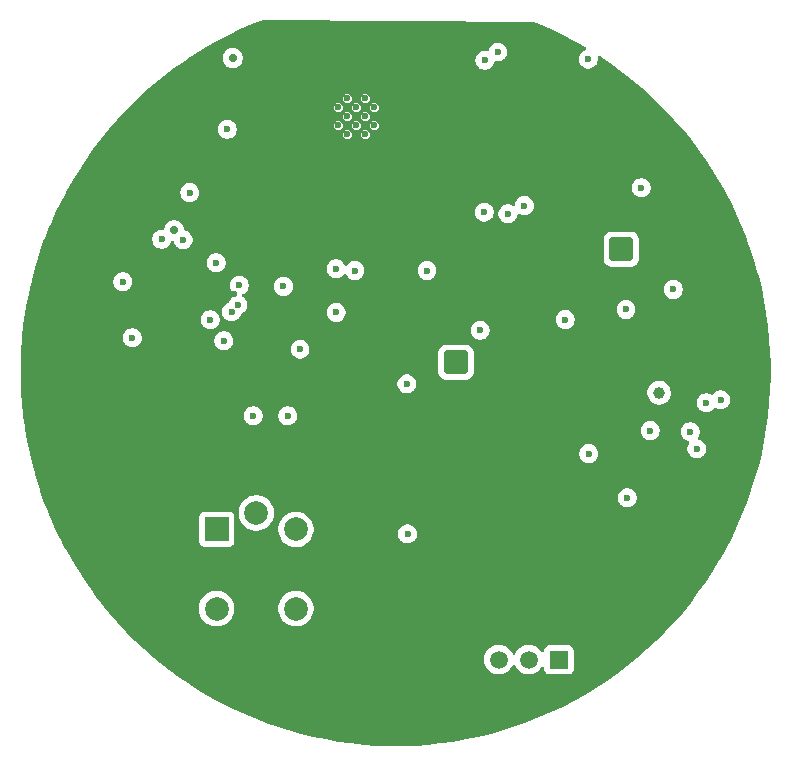
<source format=gbr>
%TF.GenerationSoftware,KiCad,Pcbnew,9.0.2*%
%TF.CreationDate,2025-07-16T17:06:44+05:30*%
%TF.ProjectId,CanSat,43616e53-6174-42e6-9b69-6361645f7063,rev?*%
%TF.SameCoordinates,Original*%
%TF.FileFunction,Copper,L2,Inr*%
%TF.FilePolarity,Positive*%
%FSLAX46Y46*%
G04 Gerber Fmt 4.6, Leading zero omitted, Abs format (unit mm)*
G04 Created by KiCad (PCBNEW 9.0.2) date 2025-07-16 17:06:44*
%MOMM*%
%LPD*%
G01*
G04 APERTURE LIST*
G04 Aperture macros list*
%AMRoundRect*
0 Rectangle with rounded corners*
0 $1 Rounding radius*
0 $2 $3 $4 $5 $6 $7 $8 $9 X,Y pos of 4 corners*
0 Add a 4 corners polygon primitive as box body*
4,1,4,$2,$3,$4,$5,$6,$7,$8,$9,$2,$3,0*
0 Add four circle primitives for the rounded corners*
1,1,$1+$1,$2,$3*
1,1,$1+$1,$4,$5*
1,1,$1+$1,$6,$7*
1,1,$1+$1,$8,$9*
0 Add four rect primitives between the rounded corners*
20,1,$1+$1,$2,$3,$4,$5,0*
20,1,$1+$1,$4,$5,$6,$7,0*
20,1,$1+$1,$6,$7,$8,$9,0*
20,1,$1+$1,$8,$9,$2,$3,0*%
G04 Aperture macros list end*
%TA.AperFunction,HeatsinkPad*%
%ADD10C,0.600000*%
%TD*%
%TA.AperFunction,ComponentPad*%
%ADD11RoundRect,0.250000X-0.750000X0.750000X-0.750000X-0.750000X0.750000X-0.750000X0.750000X0.750000X0*%
%TD*%
%TA.AperFunction,ComponentPad*%
%ADD12C,2.000000*%
%TD*%
%TA.AperFunction,ComponentPad*%
%ADD13R,2.000000X2.000000*%
%TD*%
%TA.AperFunction,ComponentPad*%
%ADD14R,1.500000X1.500000*%
%TD*%
%TA.AperFunction,ComponentPad*%
%ADD15C,1.500000*%
%TD*%
%TA.AperFunction,ComponentPad*%
%ADD16RoundRect,0.250000X0.750000X0.750000X-0.750000X0.750000X-0.750000X-0.750000X0.750000X-0.750000X0*%
%TD*%
%TA.AperFunction,HeatsinkPad*%
%ADD17C,0.500000*%
%TD*%
%TA.AperFunction,ViaPad*%
%ADD18C,0.600000*%
%TD*%
%TA.AperFunction,ViaPad*%
%ADD19C,1.000000*%
%TD*%
%TA.AperFunction,ViaPad*%
%ADD20C,0.700000*%
%TD*%
%TA.AperFunction,Conductor*%
%ADD21C,0.300000*%
%TD*%
G04 APERTURE END LIST*
D10*
%TO.N,Net-(U8-GND-Pad15)*%
%TO.C,U9*%
X143945000Y-59542500D03*
X143945000Y-61067500D03*
X144707500Y-58780000D03*
X144707500Y-60305000D03*
X144707500Y-61830000D03*
X145470000Y-59542500D03*
X145470000Y-61067500D03*
X146232500Y-58780000D03*
X146232500Y-60305000D03*
X146232500Y-61830000D03*
X146995000Y-59542500D03*
X146995000Y-61067500D03*
%TD*%
D11*
%TO.N,+3.3V*%
%TO.C,C3*%
X153900000Y-81132323D03*
D12*
%TO.N,GND*%
X153900000Y-86132323D03*
%TD*%
D13*
%TO.N,MQ6_OUT*%
%TO.C,U2*%
X133635000Y-95255000D03*
D12*
%TO.N,+5V*%
X136995000Y-93865000D03*
%TO.N,MQ6_OUT*%
X140355000Y-95255000D03*
%TO.N,Net-(U2-A1)*%
X140355000Y-101975000D03*
%TO.N,GND*%
X136995000Y-103365000D03*
%TO.N,Net-(U2-A1)*%
X133635000Y-101975000D03*
%TD*%
D14*
%TO.N,+5V*%
%TO.C,U5*%
X162612500Y-106297500D03*
D15*
%TO.N,DHT_OUT*%
X160072500Y-106297500D03*
%TO.N,unconnected-(U5-NC-Pad3)*%
X157532500Y-106297500D03*
%TO.N,GND*%
X154992500Y-106297500D03*
%TD*%
D16*
%TO.N,BAT+*%
%TO.C,C2*%
X167900000Y-71550000D03*
D12*
%TO.N,GND*%
X162900000Y-71550000D03*
%TD*%
D17*
%TO.N,GND*%
%TO.C,U4*%
X176850000Y-78350000D03*
X175650000Y-78350000D03*
X174450000Y-78350000D03*
X176850000Y-79750000D03*
X175650000Y-79750000D03*
X174450000Y-79750000D03*
%TD*%
D18*
%TO.N,*%
X165150000Y-88850000D03*
X155950000Y-78400000D03*
%TO.N,GND*%
X153050000Y-89450000D03*
X137100000Y-109200000D03*
X161700000Y-60300000D03*
X139500000Y-81450000D03*
X161500000Y-87400000D03*
X135100000Y-75350000D03*
X166750000Y-60100000D03*
X119550000Y-82000000D03*
X171550000Y-89550000D03*
X152050000Y-106400000D03*
X166100000Y-62500000D03*
X145500000Y-86800000D03*
X166100000Y-63900000D03*
X171050000Y-73450000D03*
X136650000Y-81150000D03*
X162750000Y-57950000D03*
X176250000Y-74900000D03*
X119900000Y-73500000D03*
X159600000Y-71850000D03*
X161000000Y-67000000D03*
X140400000Y-75050000D03*
D19*
%TO.N,BAT+*%
X171100000Y-83700000D03*
D18*
%TO.N,+3.3V*%
X139650000Y-85650000D03*
X169600000Y-66350000D03*
X159700000Y-67850000D03*
X140700000Y-80000000D03*
X135550000Y-74600000D03*
D20*
X130048576Y-69950000D03*
D18*
X125700000Y-74300000D03*
X157450000Y-54850000D03*
X165100000Y-55450000D03*
X136750000Y-85650000D03*
D20*
X135000000Y-55355000D03*
D18*
X135450000Y-76250000D03*
%TO.N,Net-(BT1--)*%
X163150000Y-77500000D03*
%TO.N,Net-(D1-K)*%
X173750000Y-87000000D03*
X170350000Y-86900000D03*
%TO.N,Net-(D2-K)*%
X168400000Y-92600000D03*
%TO.N,Net-(U4-~{CHRG})*%
X174300000Y-88450000D03*
X175100000Y-84550000D03*
%TO.N,Net-(U4-~{STDBY})*%
X176300000Y-84300000D03*
%TO.N,MQ6_OUT*%
X149750000Y-82950000D03*
X151450000Y-73350000D03*
X149800000Y-95650000D03*
%TO.N,Net-(U4-PROG)*%
X172300000Y-74950000D03*
%TO.N,Net-(U4-TEMP)*%
X168300000Y-76650000D03*
%TO.N,LM35*%
X134250000Y-79300000D03*
X134550000Y-61400000D03*
%TO.N,SDI*%
X156350000Y-55550000D03*
X139300000Y-74700000D03*
%TO.N,SCK*%
X143750000Y-73200000D03*
X143750000Y-76900000D03*
%TO.N,SDO*%
X134900000Y-76850000D03*
X145350000Y-73350000D03*
%TO.N,Net-(U8-GND-Pad15)*%
X130800000Y-70750000D03*
X129000000Y-70700000D03*
X133600000Y-72700000D03*
X133100000Y-77522120D03*
%TO.N,Net-(U8-~{RESET})*%
X156300000Y-68400000D03*
X158300000Y-68550000D03*
%TO.N,Net-(U8-DIO0)*%
X131350000Y-66750000D03*
X126500000Y-79050000D03*
%TD*%
D21*
%TO.N,GND*%
X153050000Y-89450000D02*
X153900000Y-88600000D01*
X153900000Y-88600000D02*
X153900000Y-86132323D01*
%TD*%
%TA.AperFunction,Conductor*%
%TO.N,GND*%
G36*
X160493720Y-52333789D02*
G01*
X160538178Y-52342429D01*
X160947015Y-52503653D01*
X160952462Y-52505801D01*
X160956374Y-52507421D01*
X161947234Y-52937812D01*
X161951088Y-52939565D01*
X162307278Y-53108961D01*
X162926671Y-53403532D01*
X162930421Y-53405394D01*
X163889630Y-53902416D01*
X163893330Y-53904414D01*
X164206078Y-54080264D01*
X164834996Y-54433887D01*
X164838648Y-54436024D01*
X164838650Y-54436025D01*
X164880023Y-54461184D01*
X164927075Y-54512833D01*
X164938735Y-54581723D01*
X164911298Y-54645981D01*
X164863049Y-54681693D01*
X164720823Y-54740604D01*
X164720814Y-54740609D01*
X164589711Y-54828210D01*
X164589707Y-54828213D01*
X164478213Y-54939707D01*
X164478210Y-54939711D01*
X164390609Y-55070814D01*
X164390602Y-55070827D01*
X164330264Y-55216498D01*
X164330261Y-55216510D01*
X164299500Y-55371153D01*
X164299500Y-55528846D01*
X164330261Y-55683489D01*
X164330264Y-55683501D01*
X164390602Y-55829172D01*
X164390609Y-55829185D01*
X164478210Y-55960288D01*
X164478213Y-55960292D01*
X164589707Y-56071786D01*
X164589711Y-56071789D01*
X164720814Y-56159390D01*
X164720827Y-56159397D01*
X164866498Y-56219735D01*
X164866503Y-56219737D01*
X165021153Y-56250499D01*
X165021156Y-56250500D01*
X165021158Y-56250500D01*
X165178844Y-56250500D01*
X165178845Y-56250499D01*
X165333497Y-56219737D01*
X165479179Y-56159394D01*
X165610289Y-56071789D01*
X165721789Y-55960289D01*
X165809394Y-55829179D01*
X165869737Y-55683497D01*
X165900500Y-55528842D01*
X165900500Y-55371158D01*
X165900500Y-55371155D01*
X165893499Y-55335960D01*
X165899726Y-55266368D01*
X165942589Y-55211191D01*
X166008478Y-55187946D01*
X166076475Y-55204014D01*
X166083116Y-55208076D01*
X166434833Y-55438767D01*
X166668562Y-55592070D01*
X166672055Y-55594448D01*
X167554612Y-56217425D01*
X167557993Y-56219899D01*
X167730217Y-56350500D01*
X168418795Y-56872665D01*
X168422125Y-56875281D01*
X169260120Y-57557041D01*
X169263358Y-57559769D01*
X170077549Y-58269707D01*
X170080693Y-58272543D01*
X170870243Y-59009931D01*
X170873287Y-59012874D01*
X171637125Y-59776712D01*
X171640068Y-59779756D01*
X172377456Y-60569306D01*
X172380292Y-60572450D01*
X173090230Y-61386641D01*
X173092958Y-61389879D01*
X173774718Y-62227874D01*
X173777334Y-62231204D01*
X174430087Y-63091988D01*
X174432581Y-63095397D01*
X174802796Y-63619872D01*
X175055546Y-63977937D01*
X175057929Y-63981437D01*
X175650432Y-64884781D01*
X175652693Y-64888361D01*
X176213974Y-65811349D01*
X176216112Y-65815003D01*
X176745578Y-66756657D01*
X176747590Y-66760383D01*
X177244594Y-67719557D01*
X177246477Y-67723349D01*
X177710434Y-68698911D01*
X177712187Y-68702765D01*
X178142567Y-69693600D01*
X178144187Y-69697512D01*
X178540509Y-70702513D01*
X178541991Y-70706469D01*
X178583153Y-70822287D01*
X178903746Y-71724351D01*
X178905096Y-71728364D01*
X179231899Y-72758036D01*
X179233111Y-72762093D01*
X179421231Y-73433497D01*
X179521036Y-73789707D01*
X179524575Y-73802336D01*
X179525647Y-73806432D01*
X179781417Y-74855991D01*
X179782349Y-74860122D01*
X180002133Y-75917785D01*
X180002924Y-75921944D01*
X180186479Y-76986536D01*
X180187127Y-76990720D01*
X180334225Y-78060935D01*
X180334730Y-78065139D01*
X180445204Y-79139763D01*
X180445565Y-79143982D01*
X180519286Y-80221737D01*
X180519503Y-80225965D01*
X180556386Y-81305634D01*
X180556458Y-81309868D01*
X180556458Y-82390131D01*
X180556386Y-82394365D01*
X180519503Y-83474034D01*
X180519286Y-83478262D01*
X180445565Y-84556017D01*
X180445204Y-84560236D01*
X180334730Y-85634860D01*
X180334225Y-85639064D01*
X180187127Y-86709279D01*
X180186479Y-86713463D01*
X180002924Y-87778055D01*
X180002133Y-87782214D01*
X179782349Y-88839877D01*
X179781417Y-88844008D01*
X179525647Y-89893567D01*
X179524575Y-89897663D01*
X179233111Y-90937906D01*
X179231899Y-90941963D01*
X178905096Y-91971635D01*
X178903746Y-91975648D01*
X178541995Y-92993521D01*
X178540509Y-92997486D01*
X178144187Y-94002487D01*
X178142567Y-94006399D01*
X177712187Y-94997234D01*
X177710434Y-95001088D01*
X177246477Y-95976650D01*
X177244594Y-95980442D01*
X176747590Y-96939616D01*
X176745578Y-96943342D01*
X176216112Y-97884996D01*
X176213974Y-97888650D01*
X175652693Y-98811638D01*
X175650432Y-98815218D01*
X175057929Y-99718562D01*
X175055546Y-99722062D01*
X174432587Y-100604594D01*
X174430087Y-100608011D01*
X173777334Y-101468795D01*
X173774718Y-101472125D01*
X173092958Y-102310120D01*
X173090230Y-102313358D01*
X172380292Y-103127549D01*
X172377456Y-103130693D01*
X171640068Y-103920243D01*
X171637125Y-103923287D01*
X170873287Y-104687125D01*
X170870243Y-104690068D01*
X170080693Y-105427456D01*
X170077549Y-105430292D01*
X169263358Y-106140230D01*
X169260120Y-106142958D01*
X168422125Y-106824718D01*
X168418795Y-106827334D01*
X167558011Y-107480087D01*
X167554594Y-107482587D01*
X166672062Y-108105546D01*
X166668562Y-108107929D01*
X165765218Y-108700432D01*
X165761638Y-108702693D01*
X164838650Y-109263974D01*
X164834996Y-109266112D01*
X163893342Y-109795578D01*
X163889616Y-109797590D01*
X162930442Y-110294594D01*
X162926650Y-110296477D01*
X161951088Y-110760434D01*
X161947234Y-110762187D01*
X160956399Y-111192567D01*
X160952487Y-111194187D01*
X159947486Y-111590509D01*
X159943521Y-111591995D01*
X158925648Y-111953746D01*
X158921635Y-111955096D01*
X157891963Y-112281899D01*
X157887906Y-112283111D01*
X156847663Y-112574575D01*
X156843567Y-112575647D01*
X155794008Y-112831417D01*
X155789877Y-112832349D01*
X154732214Y-113052133D01*
X154728055Y-113052924D01*
X153663463Y-113236479D01*
X153659279Y-113237127D01*
X152589064Y-113384225D01*
X152584860Y-113384730D01*
X151510236Y-113495204D01*
X151506017Y-113495565D01*
X150428262Y-113569286D01*
X150424034Y-113569503D01*
X149344366Y-113606386D01*
X149340132Y-113606458D01*
X148259868Y-113606458D01*
X148255634Y-113606386D01*
X147175965Y-113569503D01*
X147171737Y-113569286D01*
X146093982Y-113495565D01*
X146089763Y-113495204D01*
X145015139Y-113384730D01*
X145010935Y-113384225D01*
X143940720Y-113237127D01*
X143936536Y-113236479D01*
X142871944Y-113052924D01*
X142867785Y-113052133D01*
X141810122Y-112832349D01*
X141805991Y-112831417D01*
X140756432Y-112575647D01*
X140752336Y-112574575D01*
X139712093Y-112283111D01*
X139708036Y-112281899D01*
X138678364Y-111955096D01*
X138674351Y-111953746D01*
X137969978Y-111703412D01*
X137656469Y-111591991D01*
X137652513Y-111590509D01*
X136647512Y-111194187D01*
X136643600Y-111192567D01*
X135652765Y-110762187D01*
X135648911Y-110760434D01*
X134673349Y-110296477D01*
X134669557Y-110294594D01*
X133710383Y-109797590D01*
X133706657Y-109795578D01*
X132765003Y-109266112D01*
X132761349Y-109263974D01*
X131838361Y-108702693D01*
X131834781Y-108700432D01*
X130931437Y-108107929D01*
X130927937Y-108105546D01*
X130569872Y-107852796D01*
X130045397Y-107482581D01*
X130041988Y-107480087D01*
X130010728Y-107456382D01*
X129613273Y-107154982D01*
X129181204Y-106827334D01*
X129177874Y-106824718D01*
X128521108Y-106290399D01*
X128408858Y-106199077D01*
X156282000Y-106199077D01*
X156282000Y-106395922D01*
X156312790Y-106590326D01*
X156373617Y-106777529D01*
X156444281Y-106916214D01*
X156462976Y-106952905D01*
X156578672Y-107112146D01*
X156717854Y-107251328D01*
X156877095Y-107367024D01*
X156951714Y-107405044D01*
X157052470Y-107456382D01*
X157052472Y-107456382D01*
X157052475Y-107456384D01*
X157125425Y-107480087D01*
X157239673Y-107517209D01*
X157434078Y-107548000D01*
X157434083Y-107548000D01*
X157630922Y-107548000D01*
X157825326Y-107517209D01*
X157905074Y-107491297D01*
X158012525Y-107456384D01*
X158187905Y-107367024D01*
X158347146Y-107251328D01*
X158486328Y-107112146D01*
X158602024Y-106952905D01*
X158666005Y-106827334D01*
X158692015Y-106776287D01*
X158739989Y-106725490D01*
X158807810Y-106708695D01*
X158873945Y-106731232D01*
X158912985Y-106776287D01*
X159002974Y-106952903D01*
X159007317Y-106958880D01*
X159118672Y-107112146D01*
X159257854Y-107251328D01*
X159417095Y-107367024D01*
X159491714Y-107405044D01*
X159592470Y-107456382D01*
X159592472Y-107456382D01*
X159592475Y-107456384D01*
X159665425Y-107480087D01*
X159779673Y-107517209D01*
X159974078Y-107548000D01*
X159974083Y-107548000D01*
X160170922Y-107548000D01*
X160365326Y-107517209D01*
X160445074Y-107491297D01*
X160552525Y-107456384D01*
X160727905Y-107367024D01*
X160887146Y-107251328D01*
X161026328Y-107112146D01*
X161137684Y-106958878D01*
X161193012Y-106916214D01*
X161262625Y-106910235D01*
X161324420Y-106942841D01*
X161358777Y-107003679D01*
X161362000Y-107031763D01*
X161362000Y-107095369D01*
X161362001Y-107095376D01*
X161368408Y-107154983D01*
X161418702Y-107289828D01*
X161418706Y-107289835D01*
X161504952Y-107405044D01*
X161504955Y-107405047D01*
X161620164Y-107491293D01*
X161620171Y-107491297D01*
X161755017Y-107541591D01*
X161755016Y-107541591D01*
X161761944Y-107542335D01*
X161814627Y-107548000D01*
X163410372Y-107547999D01*
X163469983Y-107541591D01*
X163604831Y-107491296D01*
X163720046Y-107405046D01*
X163806296Y-107289831D01*
X163856591Y-107154983D01*
X163863000Y-107095373D01*
X163862999Y-105499628D01*
X163856591Y-105440017D01*
X163846093Y-105411871D01*
X163806297Y-105305171D01*
X163806293Y-105305164D01*
X163720047Y-105189955D01*
X163720044Y-105189952D01*
X163604835Y-105103706D01*
X163604828Y-105103702D01*
X163469982Y-105053408D01*
X163469983Y-105053408D01*
X163410383Y-105047001D01*
X163410381Y-105047000D01*
X163410373Y-105047000D01*
X163410364Y-105047000D01*
X161814629Y-105047000D01*
X161814623Y-105047001D01*
X161755016Y-105053408D01*
X161620171Y-105103702D01*
X161620164Y-105103706D01*
X161504955Y-105189952D01*
X161504952Y-105189955D01*
X161418706Y-105305164D01*
X161418702Y-105305171D01*
X161368408Y-105440017D01*
X161363803Y-105482854D01*
X161362001Y-105499623D01*
X161362000Y-105499635D01*
X161362000Y-105563232D01*
X161342315Y-105630271D01*
X161289511Y-105676026D01*
X161220353Y-105685970D01*
X161156797Y-105656945D01*
X161137682Y-105636118D01*
X161038520Y-105499635D01*
X161026328Y-105482854D01*
X160887146Y-105343672D01*
X160727905Y-105227976D01*
X160552529Y-105138617D01*
X160365326Y-105077790D01*
X160170922Y-105047000D01*
X160170917Y-105047000D01*
X159974083Y-105047000D01*
X159974078Y-105047000D01*
X159779673Y-105077790D01*
X159592470Y-105138617D01*
X159417094Y-105227976D01*
X159326241Y-105293985D01*
X159257854Y-105343672D01*
X159257852Y-105343674D01*
X159257851Y-105343674D01*
X159118674Y-105482851D01*
X159118674Y-105482852D01*
X159118672Y-105482854D01*
X159106480Y-105499635D01*
X159002976Y-105642094D01*
X158912985Y-105818713D01*
X158865011Y-105869509D01*
X158797190Y-105886304D01*
X158731055Y-105863767D01*
X158692015Y-105818713D01*
X158624379Y-105685970D01*
X158602024Y-105642095D01*
X158486328Y-105482854D01*
X158347146Y-105343672D01*
X158187905Y-105227976D01*
X158012529Y-105138617D01*
X157825326Y-105077790D01*
X157630922Y-105047000D01*
X157630917Y-105047000D01*
X157434083Y-105047000D01*
X157434078Y-105047000D01*
X157239673Y-105077790D01*
X157052470Y-105138617D01*
X156877094Y-105227976D01*
X156786241Y-105293985D01*
X156717854Y-105343672D01*
X156717852Y-105343674D01*
X156717851Y-105343674D01*
X156578674Y-105482851D01*
X156578674Y-105482852D01*
X156578672Y-105482854D01*
X156566480Y-105499635D01*
X156462976Y-105642094D01*
X156373617Y-105817470D01*
X156312790Y-106004673D01*
X156282000Y-106199077D01*
X128408858Y-106199077D01*
X128339879Y-106142958D01*
X128336641Y-106140230D01*
X127522450Y-105430292D01*
X127519306Y-105427456D01*
X126729756Y-104690068D01*
X126726712Y-104687125D01*
X125962874Y-103923287D01*
X125959931Y-103920243D01*
X125222543Y-103130693D01*
X125219707Y-103127549D01*
X124509769Y-102313358D01*
X124507041Y-102310120D01*
X124198027Y-101930291D01*
X124138321Y-101856902D01*
X132134500Y-101856902D01*
X132134500Y-102093097D01*
X132171446Y-102326368D01*
X132244433Y-102550996D01*
X132351657Y-102761433D01*
X132490483Y-102952510D01*
X132657490Y-103119517D01*
X132848567Y-103258343D01*
X132947991Y-103309002D01*
X133059003Y-103365566D01*
X133059005Y-103365566D01*
X133059008Y-103365568D01*
X133179412Y-103404689D01*
X133283631Y-103438553D01*
X133516903Y-103475500D01*
X133516908Y-103475500D01*
X133753097Y-103475500D01*
X133986368Y-103438553D01*
X134210992Y-103365568D01*
X134421433Y-103258343D01*
X134612510Y-103119517D01*
X134779517Y-102952510D01*
X134918343Y-102761433D01*
X135025568Y-102550992D01*
X135098553Y-102326368D01*
X135101126Y-102310120D01*
X135135500Y-102093097D01*
X135135500Y-101856902D01*
X138854500Y-101856902D01*
X138854500Y-102093097D01*
X138891446Y-102326368D01*
X138964433Y-102550996D01*
X139071657Y-102761433D01*
X139210483Y-102952510D01*
X139377490Y-103119517D01*
X139568567Y-103258343D01*
X139667991Y-103309002D01*
X139779003Y-103365566D01*
X139779005Y-103365566D01*
X139779008Y-103365568D01*
X139899412Y-103404689D01*
X140003631Y-103438553D01*
X140236903Y-103475500D01*
X140236908Y-103475500D01*
X140473097Y-103475500D01*
X140706368Y-103438553D01*
X140930992Y-103365568D01*
X141141433Y-103258343D01*
X141332510Y-103119517D01*
X141499517Y-102952510D01*
X141638343Y-102761433D01*
X141745568Y-102550992D01*
X141818553Y-102326368D01*
X141821126Y-102310120D01*
X141855500Y-102093097D01*
X141855500Y-101856902D01*
X141818553Y-101623631D01*
X141745566Y-101399003D01*
X141638342Y-101188566D01*
X141499517Y-100997490D01*
X141332510Y-100830483D01*
X141141433Y-100691657D01*
X140930996Y-100584433D01*
X140706368Y-100511446D01*
X140473097Y-100474500D01*
X140473092Y-100474500D01*
X140236908Y-100474500D01*
X140236903Y-100474500D01*
X140003631Y-100511446D01*
X139779003Y-100584433D01*
X139568566Y-100691657D01*
X139459550Y-100770862D01*
X139377490Y-100830483D01*
X139377488Y-100830485D01*
X139377487Y-100830485D01*
X139210485Y-100997487D01*
X139210485Y-100997488D01*
X139210483Y-100997490D01*
X139150862Y-101079550D01*
X139071657Y-101188566D01*
X138964433Y-101399003D01*
X138891446Y-101623631D01*
X138854500Y-101856902D01*
X135135500Y-101856902D01*
X135098553Y-101623631D01*
X135025566Y-101399003D01*
X134918342Y-101188566D01*
X134779517Y-100997490D01*
X134612510Y-100830483D01*
X134421433Y-100691657D01*
X134210996Y-100584433D01*
X133986368Y-100511446D01*
X133753097Y-100474500D01*
X133753092Y-100474500D01*
X133516908Y-100474500D01*
X133516903Y-100474500D01*
X133283631Y-100511446D01*
X133059003Y-100584433D01*
X132848566Y-100691657D01*
X132739550Y-100770862D01*
X132657490Y-100830483D01*
X132657488Y-100830485D01*
X132657487Y-100830485D01*
X132490485Y-100997487D01*
X132490485Y-100997488D01*
X132490483Y-100997490D01*
X132430862Y-101079550D01*
X132351657Y-101188566D01*
X132244433Y-101399003D01*
X132171446Y-101623631D01*
X132134500Y-101856902D01*
X124138321Y-101856902D01*
X123825281Y-101472125D01*
X123822665Y-101468795D01*
X123465261Y-100997487D01*
X123169899Y-100607993D01*
X123167412Y-100604594D01*
X123153180Y-100584432D01*
X122544448Y-99722055D01*
X122542070Y-99718562D01*
X121949567Y-98815218D01*
X121947306Y-98811638D01*
X121386025Y-97888650D01*
X121383887Y-97884996D01*
X120854421Y-96943342D01*
X120852409Y-96939616D01*
X120757008Y-96755500D01*
X120355394Y-95980421D01*
X120353522Y-95976650D01*
X120309222Y-95883501D01*
X119904132Y-95031718D01*
X119889565Y-95001088D01*
X119887812Y-94997234D01*
X119564636Y-94253208D01*
X119544623Y-94207135D01*
X132134500Y-94207135D01*
X132134500Y-96302870D01*
X132134501Y-96302876D01*
X132140908Y-96362483D01*
X132191202Y-96497328D01*
X132191206Y-96497335D01*
X132277452Y-96612544D01*
X132277455Y-96612547D01*
X132392664Y-96698793D01*
X132392671Y-96698797D01*
X132527517Y-96749091D01*
X132527516Y-96749091D01*
X132534444Y-96749835D01*
X132587127Y-96755500D01*
X134682872Y-96755499D01*
X134742483Y-96749091D01*
X134877331Y-96698796D01*
X134992546Y-96612546D01*
X135078796Y-96497331D01*
X135129091Y-96362483D01*
X135135500Y-96302873D01*
X135135499Y-94207128D01*
X135129091Y-94147517D01*
X135115278Y-94110483D01*
X135078797Y-94012671D01*
X135078793Y-94012664D01*
X134992547Y-93897455D01*
X134917537Y-93841302D01*
X134908106Y-93834242D01*
X134877331Y-93811204D01*
X134877329Y-93811203D01*
X134877328Y-93811202D01*
X134742482Y-93760908D01*
X134742483Y-93760908D01*
X134682883Y-93754501D01*
X134682881Y-93754500D01*
X134682873Y-93754500D01*
X134682864Y-93754500D01*
X132587129Y-93754500D01*
X132587123Y-93754501D01*
X132527516Y-93760908D01*
X132392671Y-93811202D01*
X132392664Y-93811206D01*
X132277455Y-93897452D01*
X132277452Y-93897455D01*
X132191206Y-94012664D01*
X132191202Y-94012671D01*
X132140908Y-94147517D01*
X132134501Y-94207116D01*
X132134501Y-94207123D01*
X132134500Y-94207135D01*
X119544623Y-94207135D01*
X119544615Y-94207116D01*
X119457431Y-94006396D01*
X119455812Y-94002487D01*
X119355022Y-93746902D01*
X135494500Y-93746902D01*
X135494500Y-93983097D01*
X135531446Y-94216368D01*
X135604433Y-94440996D01*
X135711657Y-94651433D01*
X135850483Y-94842510D01*
X136017490Y-95009517D01*
X136208567Y-95148343D01*
X136307991Y-95199002D01*
X136419003Y-95255566D01*
X136419005Y-95255566D01*
X136419008Y-95255568D01*
X136539412Y-95294689D01*
X136643631Y-95328553D01*
X136876903Y-95365500D01*
X136876908Y-95365500D01*
X137113097Y-95365500D01*
X137346368Y-95328553D01*
X137570992Y-95255568D01*
X137781433Y-95148343D01*
X137797180Y-95136902D01*
X138854500Y-95136902D01*
X138854500Y-95373097D01*
X138891446Y-95606368D01*
X138964433Y-95830996D01*
X139065410Y-96029172D01*
X139071657Y-96041433D01*
X139210483Y-96232510D01*
X139377490Y-96399517D01*
X139568567Y-96538343D01*
X139667991Y-96589002D01*
X139779003Y-96645566D01*
X139779005Y-96645566D01*
X139779008Y-96645568D01*
X139899412Y-96684689D01*
X140003631Y-96718553D01*
X140236903Y-96755500D01*
X140236908Y-96755500D01*
X140473097Y-96755500D01*
X140706368Y-96718553D01*
X140930992Y-96645568D01*
X141141433Y-96538343D01*
X141332510Y-96399517D01*
X141499517Y-96232510D01*
X141638343Y-96041433D01*
X141745568Y-95830992D01*
X141818553Y-95606368D01*
X141824131Y-95571153D01*
X148999500Y-95571153D01*
X148999500Y-95728846D01*
X149030261Y-95883489D01*
X149030264Y-95883501D01*
X149090602Y-96029172D01*
X149090609Y-96029185D01*
X149178210Y-96160288D01*
X149178213Y-96160292D01*
X149289707Y-96271786D01*
X149289711Y-96271789D01*
X149420814Y-96359390D01*
X149420827Y-96359397D01*
X149517687Y-96399517D01*
X149566503Y-96419737D01*
X149721153Y-96450499D01*
X149721156Y-96450500D01*
X149721158Y-96450500D01*
X149878844Y-96450500D01*
X149878845Y-96450499D01*
X150033497Y-96419737D01*
X150146166Y-96373067D01*
X150179172Y-96359397D01*
X150179172Y-96359396D01*
X150179179Y-96359394D01*
X150310289Y-96271789D01*
X150421789Y-96160289D01*
X150509394Y-96029179D01*
X150569737Y-95883497D01*
X150600500Y-95728842D01*
X150600500Y-95571158D01*
X150600500Y-95571155D01*
X150600499Y-95571153D01*
X150569738Y-95416510D01*
X150569737Y-95416503D01*
X150548611Y-95365500D01*
X150509397Y-95270827D01*
X150509390Y-95270814D01*
X150421789Y-95139711D01*
X150421786Y-95139707D01*
X150310292Y-95028213D01*
X150310288Y-95028210D01*
X150179185Y-94940609D01*
X150179172Y-94940602D01*
X150033501Y-94880264D01*
X150033489Y-94880261D01*
X149878845Y-94849500D01*
X149878842Y-94849500D01*
X149721158Y-94849500D01*
X149721155Y-94849500D01*
X149566510Y-94880261D01*
X149566498Y-94880264D01*
X149420827Y-94940602D01*
X149420814Y-94940609D01*
X149289711Y-95028210D01*
X149289707Y-95028213D01*
X149178213Y-95139707D01*
X149178210Y-95139711D01*
X149090609Y-95270814D01*
X149090602Y-95270827D01*
X149030264Y-95416498D01*
X149030261Y-95416510D01*
X148999500Y-95571153D01*
X141824131Y-95571153D01*
X141828167Y-95545668D01*
X141855500Y-95373097D01*
X141855500Y-95136902D01*
X141818553Y-94903631D01*
X141745566Y-94679003D01*
X141638342Y-94468566D01*
X141618311Y-94440996D01*
X141499517Y-94277490D01*
X141332510Y-94110483D01*
X141141433Y-93971657D01*
X140930996Y-93864433D01*
X140706368Y-93791446D01*
X140473097Y-93754500D01*
X140473092Y-93754500D01*
X140236908Y-93754500D01*
X140236903Y-93754500D01*
X140003631Y-93791446D01*
X139779003Y-93864433D01*
X139568566Y-93971657D01*
X139512119Y-94012669D01*
X139377490Y-94110483D01*
X139377488Y-94110485D01*
X139377487Y-94110485D01*
X139210485Y-94277487D01*
X139210485Y-94277488D01*
X139210483Y-94277490D01*
X139150862Y-94359550D01*
X139071657Y-94468566D01*
X138964433Y-94679003D01*
X138891446Y-94903631D01*
X138854500Y-95136902D01*
X137797180Y-95136902D01*
X137972510Y-95009517D01*
X138139517Y-94842510D01*
X138278343Y-94651433D01*
X138385568Y-94440992D01*
X138458553Y-94216368D01*
X138475323Y-94110485D01*
X138495500Y-93983097D01*
X138495500Y-93746902D01*
X138458553Y-93513631D01*
X138411799Y-93369738D01*
X138385568Y-93289008D01*
X138385566Y-93289005D01*
X138385566Y-93289003D01*
X138329002Y-93177991D01*
X138278343Y-93078567D01*
X138139517Y-92887490D01*
X137972510Y-92720483D01*
X137781433Y-92581657D01*
X137662688Y-92521153D01*
X167599500Y-92521153D01*
X167599500Y-92678846D01*
X167630261Y-92833489D01*
X167630264Y-92833501D01*
X167690602Y-92979172D01*
X167690609Y-92979185D01*
X167778210Y-93110288D01*
X167778213Y-93110292D01*
X167889707Y-93221786D01*
X167889711Y-93221789D01*
X168020814Y-93309390D01*
X168020827Y-93309397D01*
X168115193Y-93348484D01*
X168166503Y-93369737D01*
X168321153Y-93400499D01*
X168321156Y-93400500D01*
X168321158Y-93400500D01*
X168478844Y-93400500D01*
X168478845Y-93400499D01*
X168633497Y-93369737D01*
X168779179Y-93309394D01*
X168910289Y-93221789D01*
X169021789Y-93110289D01*
X169109394Y-92979179D01*
X169169737Y-92833497D01*
X169200500Y-92678842D01*
X169200500Y-92521158D01*
X169200500Y-92521155D01*
X169200499Y-92521153D01*
X169191206Y-92474433D01*
X169169737Y-92366503D01*
X169139799Y-92294226D01*
X169109397Y-92220827D01*
X169109390Y-92220814D01*
X169021789Y-92089711D01*
X169021786Y-92089707D01*
X168910292Y-91978213D01*
X168910288Y-91978210D01*
X168779185Y-91890609D01*
X168779172Y-91890602D01*
X168633501Y-91830264D01*
X168633489Y-91830261D01*
X168478845Y-91799500D01*
X168478842Y-91799500D01*
X168321158Y-91799500D01*
X168321155Y-91799500D01*
X168166510Y-91830261D01*
X168166498Y-91830264D01*
X168020827Y-91890602D01*
X168020814Y-91890609D01*
X167889711Y-91978210D01*
X167889707Y-91978213D01*
X167778213Y-92089707D01*
X167778210Y-92089711D01*
X167690609Y-92220814D01*
X167690602Y-92220827D01*
X167630264Y-92366498D01*
X167630261Y-92366510D01*
X167599500Y-92521153D01*
X137662688Y-92521153D01*
X137570996Y-92474433D01*
X137346368Y-92401446D01*
X137113097Y-92364500D01*
X137113092Y-92364500D01*
X136876908Y-92364500D01*
X136876903Y-92364500D01*
X136643631Y-92401446D01*
X136419003Y-92474433D01*
X136208566Y-92581657D01*
X136099550Y-92660862D01*
X136017490Y-92720483D01*
X136017488Y-92720485D01*
X136017487Y-92720485D01*
X135850485Y-92887487D01*
X135850485Y-92887488D01*
X135850483Y-92887490D01*
X135790862Y-92969550D01*
X135711657Y-93078566D01*
X135604433Y-93289003D01*
X135531446Y-93513631D01*
X135494500Y-93746902D01*
X119355022Y-93746902D01*
X119059490Y-92997486D01*
X119058019Y-92993562D01*
X118696247Y-91975632D01*
X118694903Y-91971635D01*
X118669184Y-91890602D01*
X118368098Y-90941959D01*
X118366888Y-90937906D01*
X118146244Y-90150420D01*
X118075412Y-89897618D01*
X118074363Y-89893612D01*
X117818577Y-88843989D01*
X117817663Y-88839939D01*
X117803369Y-88771153D01*
X164349500Y-88771153D01*
X164349500Y-88928846D01*
X164380261Y-89083489D01*
X164380264Y-89083501D01*
X164440602Y-89229172D01*
X164440609Y-89229185D01*
X164528210Y-89360288D01*
X164528213Y-89360292D01*
X164639707Y-89471786D01*
X164639711Y-89471789D01*
X164770814Y-89559390D01*
X164770827Y-89559397D01*
X164916498Y-89619735D01*
X164916503Y-89619737D01*
X165071153Y-89650499D01*
X165071156Y-89650500D01*
X165071158Y-89650500D01*
X165228844Y-89650500D01*
X165228845Y-89650499D01*
X165383497Y-89619737D01*
X165529179Y-89559394D01*
X165660289Y-89471789D01*
X165771789Y-89360289D01*
X165859394Y-89229179D01*
X165919737Y-89083497D01*
X165950500Y-88928842D01*
X165950500Y-88771158D01*
X165950500Y-88771155D01*
X165950499Y-88771153D01*
X165919738Y-88616510D01*
X165919737Y-88616503D01*
X165883427Y-88528842D01*
X165859397Y-88470827D01*
X165859390Y-88470814D01*
X165771789Y-88339711D01*
X165771786Y-88339707D01*
X165660292Y-88228213D01*
X165660288Y-88228210D01*
X165529185Y-88140609D01*
X165529172Y-88140602D01*
X165383501Y-88080264D01*
X165383489Y-88080261D01*
X165228845Y-88049500D01*
X165228842Y-88049500D01*
X165071158Y-88049500D01*
X165071155Y-88049500D01*
X164916510Y-88080261D01*
X164916498Y-88080264D01*
X164770827Y-88140602D01*
X164770814Y-88140609D01*
X164639711Y-88228210D01*
X164639707Y-88228213D01*
X164528213Y-88339707D01*
X164528210Y-88339711D01*
X164440609Y-88470814D01*
X164440602Y-88470827D01*
X164380264Y-88616498D01*
X164380261Y-88616510D01*
X164349500Y-88771153D01*
X117803369Y-88771153D01*
X117672341Y-88140609D01*
X117597866Y-87782214D01*
X117597075Y-87778055D01*
X117503184Y-87233501D01*
X117432088Y-86821153D01*
X169549500Y-86821153D01*
X169549500Y-86978846D01*
X169580261Y-87133489D01*
X169580264Y-87133501D01*
X169640602Y-87279172D01*
X169640609Y-87279185D01*
X169728210Y-87410288D01*
X169728213Y-87410292D01*
X169839707Y-87521786D01*
X169839711Y-87521789D01*
X169970814Y-87609390D01*
X169970827Y-87609397D01*
X170112633Y-87668134D01*
X170116503Y-87669737D01*
X170271153Y-87700499D01*
X170271156Y-87700500D01*
X170271158Y-87700500D01*
X170428844Y-87700500D01*
X170428845Y-87700499D01*
X170583497Y-87669737D01*
X170729179Y-87609394D01*
X170860289Y-87521789D01*
X170971789Y-87410289D01*
X171059394Y-87279179D01*
X171119737Y-87133497D01*
X171150500Y-86978842D01*
X171150500Y-86921153D01*
X172949500Y-86921153D01*
X172949500Y-87078846D01*
X172980261Y-87233489D01*
X172980264Y-87233501D01*
X173040602Y-87379172D01*
X173040609Y-87379185D01*
X173128210Y-87510288D01*
X173128213Y-87510292D01*
X173239707Y-87621786D01*
X173239711Y-87621789D01*
X173370814Y-87709390D01*
X173370827Y-87709397D01*
X173446181Y-87740609D01*
X173516503Y-87769737D01*
X173577476Y-87781865D01*
X173639385Y-87814249D01*
X173673960Y-87874964D01*
X173670221Y-87944734D01*
X173656386Y-87972373D01*
X173590609Y-88070814D01*
X173590602Y-88070827D01*
X173530264Y-88216498D01*
X173530261Y-88216510D01*
X173499500Y-88371153D01*
X173499500Y-88528846D01*
X173530261Y-88683489D01*
X173530264Y-88683501D01*
X173590602Y-88829172D01*
X173590609Y-88829185D01*
X173678210Y-88960288D01*
X173678213Y-88960292D01*
X173789707Y-89071786D01*
X173789711Y-89071789D01*
X173920814Y-89159390D01*
X173920827Y-89159397D01*
X174066498Y-89219735D01*
X174066503Y-89219737D01*
X174221153Y-89250499D01*
X174221156Y-89250500D01*
X174221158Y-89250500D01*
X174378844Y-89250500D01*
X174378845Y-89250499D01*
X174533497Y-89219737D01*
X174679179Y-89159394D01*
X174810289Y-89071789D01*
X174921789Y-88960289D01*
X175009394Y-88829179D01*
X175069737Y-88683497D01*
X175100500Y-88528842D01*
X175100500Y-88371158D01*
X175100500Y-88371155D01*
X175100499Y-88371153D01*
X175072066Y-88228211D01*
X175069737Y-88216503D01*
X175038298Y-88140602D01*
X175009397Y-88070827D01*
X175009390Y-88070814D01*
X174921789Y-87939711D01*
X174921786Y-87939707D01*
X174810292Y-87828213D01*
X174810288Y-87828210D01*
X174679185Y-87740609D01*
X174679172Y-87740602D01*
X174533501Y-87680264D01*
X174533491Y-87680261D01*
X174472523Y-87668134D01*
X174410612Y-87635749D01*
X174376038Y-87575033D01*
X174379778Y-87505264D01*
X174393608Y-87477633D01*
X174459394Y-87379179D01*
X174519737Y-87233497D01*
X174550500Y-87078842D01*
X174550500Y-86921158D01*
X174550500Y-86921155D01*
X174550499Y-86921153D01*
X174533588Y-86836135D01*
X174519737Y-86766503D01*
X174519735Y-86766498D01*
X174459397Y-86620827D01*
X174459390Y-86620814D01*
X174371789Y-86489711D01*
X174371786Y-86489707D01*
X174260292Y-86378213D01*
X174260288Y-86378210D01*
X174129185Y-86290609D01*
X174129172Y-86290602D01*
X173983501Y-86230264D01*
X173983489Y-86230261D01*
X173828845Y-86199500D01*
X173828842Y-86199500D01*
X173671158Y-86199500D01*
X173671155Y-86199500D01*
X173516510Y-86230261D01*
X173516498Y-86230264D01*
X173370827Y-86290602D01*
X173370814Y-86290609D01*
X173239711Y-86378210D01*
X173239707Y-86378213D01*
X173128213Y-86489707D01*
X173128210Y-86489711D01*
X173040609Y-86620814D01*
X173040602Y-86620827D01*
X172980264Y-86766498D01*
X172980261Y-86766510D01*
X172949500Y-86921153D01*
X171150500Y-86921153D01*
X171150500Y-86821158D01*
X171150500Y-86821155D01*
X171150499Y-86821153D01*
X171128663Y-86711378D01*
X171119737Y-86666503D01*
X171100812Y-86620814D01*
X171059397Y-86520827D01*
X171059390Y-86520814D01*
X170971789Y-86389711D01*
X170971786Y-86389707D01*
X170860292Y-86278213D01*
X170860288Y-86278210D01*
X170729185Y-86190609D01*
X170729172Y-86190602D01*
X170583501Y-86130264D01*
X170583489Y-86130261D01*
X170428845Y-86099500D01*
X170428842Y-86099500D01*
X170271158Y-86099500D01*
X170271155Y-86099500D01*
X170116510Y-86130261D01*
X170116498Y-86130264D01*
X169970827Y-86190602D01*
X169970814Y-86190609D01*
X169839711Y-86278210D01*
X169839707Y-86278213D01*
X169728213Y-86389707D01*
X169728210Y-86389711D01*
X169640609Y-86520814D01*
X169640602Y-86520827D01*
X169580264Y-86666498D01*
X169580261Y-86666510D01*
X169549500Y-86821153D01*
X117432088Y-86821153D01*
X117413515Y-86713435D01*
X117412872Y-86709279D01*
X117386970Y-86520827D01*
X117265768Y-85639019D01*
X117265273Y-85634899D01*
X117258720Y-85571153D01*
X135949500Y-85571153D01*
X135949500Y-85728846D01*
X135980261Y-85883489D01*
X135980264Y-85883501D01*
X136040602Y-86029172D01*
X136040609Y-86029185D01*
X136128210Y-86160288D01*
X136128213Y-86160292D01*
X136239707Y-86271786D01*
X136239711Y-86271789D01*
X136370814Y-86359390D01*
X136370827Y-86359397D01*
X136444013Y-86389711D01*
X136516503Y-86419737D01*
X136671153Y-86450499D01*
X136671156Y-86450500D01*
X136671158Y-86450500D01*
X136828844Y-86450500D01*
X136828845Y-86450499D01*
X136983497Y-86419737D01*
X137129179Y-86359394D01*
X137260289Y-86271789D01*
X137371789Y-86160289D01*
X137459394Y-86029179D01*
X137519737Y-85883497D01*
X137550500Y-85728842D01*
X137550500Y-85571158D01*
X137550500Y-85571155D01*
X137550499Y-85571153D01*
X138849500Y-85571153D01*
X138849500Y-85728846D01*
X138880261Y-85883489D01*
X138880264Y-85883501D01*
X138940602Y-86029172D01*
X138940609Y-86029185D01*
X139028210Y-86160288D01*
X139028213Y-86160292D01*
X139139707Y-86271786D01*
X139139711Y-86271789D01*
X139270814Y-86359390D01*
X139270827Y-86359397D01*
X139344013Y-86389711D01*
X139416503Y-86419737D01*
X139571153Y-86450499D01*
X139571156Y-86450500D01*
X139571158Y-86450500D01*
X139728844Y-86450500D01*
X139728845Y-86450499D01*
X139883497Y-86419737D01*
X140029179Y-86359394D01*
X140160289Y-86271789D01*
X140271789Y-86160289D01*
X140359394Y-86029179D01*
X140419737Y-85883497D01*
X140450500Y-85728842D01*
X140450500Y-85571158D01*
X140450500Y-85571155D01*
X140450499Y-85571153D01*
X140419738Y-85416510D01*
X140419737Y-85416503D01*
X140392398Y-85350500D01*
X140359397Y-85270827D01*
X140359390Y-85270814D01*
X140271789Y-85139711D01*
X140271786Y-85139707D01*
X140160292Y-85028213D01*
X140160288Y-85028210D01*
X140029185Y-84940609D01*
X140029172Y-84940602D01*
X139883501Y-84880264D01*
X139883489Y-84880261D01*
X139728845Y-84849500D01*
X139728842Y-84849500D01*
X139571158Y-84849500D01*
X139571155Y-84849500D01*
X139416510Y-84880261D01*
X139416498Y-84880264D01*
X139270827Y-84940602D01*
X139270814Y-84940609D01*
X139139711Y-85028210D01*
X139139707Y-85028213D01*
X139028213Y-85139707D01*
X139028210Y-85139711D01*
X138940609Y-85270814D01*
X138940602Y-85270827D01*
X138880264Y-85416498D01*
X138880261Y-85416510D01*
X138849500Y-85571153D01*
X137550499Y-85571153D01*
X137519738Y-85416510D01*
X137519737Y-85416503D01*
X137492398Y-85350500D01*
X137459397Y-85270827D01*
X137459390Y-85270814D01*
X137371789Y-85139711D01*
X137371786Y-85139707D01*
X137260292Y-85028213D01*
X137260288Y-85028210D01*
X137129185Y-84940609D01*
X137129172Y-84940602D01*
X136983501Y-84880264D01*
X136983489Y-84880261D01*
X136828845Y-84849500D01*
X136828842Y-84849500D01*
X136671158Y-84849500D01*
X136671155Y-84849500D01*
X136516510Y-84880261D01*
X136516498Y-84880264D01*
X136370827Y-84940602D01*
X136370814Y-84940609D01*
X136239711Y-85028210D01*
X136239707Y-85028213D01*
X136128213Y-85139707D01*
X136128210Y-85139711D01*
X136040609Y-85270814D01*
X136040602Y-85270827D01*
X135980264Y-85416498D01*
X135980261Y-85416510D01*
X135949500Y-85571153D01*
X117258720Y-85571153D01*
X117154793Y-84560218D01*
X117154434Y-84556017D01*
X117149039Y-84477139D01*
X117102622Y-83798543D01*
X170099499Y-83798543D01*
X170137947Y-83991829D01*
X170137950Y-83991839D01*
X170213364Y-84173907D01*
X170213371Y-84173920D01*
X170322860Y-84337781D01*
X170322863Y-84337785D01*
X170462214Y-84477136D01*
X170462218Y-84477139D01*
X170626079Y-84586628D01*
X170626092Y-84586635D01*
X170728000Y-84628846D01*
X170808165Y-84662051D01*
X170808169Y-84662051D01*
X170808170Y-84662052D01*
X171001456Y-84700500D01*
X171001459Y-84700500D01*
X171198543Y-84700500D01*
X171328582Y-84674632D01*
X171391835Y-84662051D01*
X171573914Y-84586632D01*
X171737782Y-84477139D01*
X171743768Y-84471153D01*
X174299500Y-84471153D01*
X174299500Y-84628846D01*
X174330261Y-84783489D01*
X174330264Y-84783501D01*
X174390602Y-84929172D01*
X174390609Y-84929185D01*
X174478210Y-85060288D01*
X174478213Y-85060292D01*
X174589707Y-85171786D01*
X174589711Y-85171789D01*
X174720814Y-85259390D01*
X174720827Y-85259397D01*
X174866498Y-85319735D01*
X174866503Y-85319737D01*
X175021153Y-85350499D01*
X175021156Y-85350500D01*
X175021158Y-85350500D01*
X175178844Y-85350500D01*
X175178845Y-85350499D01*
X175333497Y-85319737D01*
X175451592Y-85270821D01*
X175479172Y-85259397D01*
X175479172Y-85259396D01*
X175479179Y-85259394D01*
X175610289Y-85171789D01*
X175721789Y-85060289D01*
X175737839Y-85036267D01*
X175791449Y-84991461D01*
X175860774Y-84982751D01*
X175909835Y-85002054D01*
X175920813Y-85009389D01*
X175920815Y-85009390D01*
X175920821Y-85009394D01*
X175920823Y-85009395D01*
X175920827Y-85009397D01*
X176066498Y-85069735D01*
X176066503Y-85069737D01*
X176221153Y-85100499D01*
X176221156Y-85100500D01*
X176221158Y-85100500D01*
X176378844Y-85100500D01*
X176378845Y-85100499D01*
X176533497Y-85069737D01*
X176679179Y-85009394D01*
X176810289Y-84921789D01*
X176921789Y-84810289D01*
X177009394Y-84679179D01*
X177069737Y-84533497D01*
X177100500Y-84378842D01*
X177100500Y-84221158D01*
X177100500Y-84221155D01*
X177100499Y-84221153D01*
X177091104Y-84173920D01*
X177069737Y-84066503D01*
X177069735Y-84066498D01*
X177009397Y-83920827D01*
X177009390Y-83920814D01*
X176921789Y-83789711D01*
X176921786Y-83789707D01*
X176810292Y-83678213D01*
X176810288Y-83678210D01*
X176679185Y-83590609D01*
X176679172Y-83590602D01*
X176533501Y-83530264D01*
X176533489Y-83530261D01*
X176378845Y-83499500D01*
X176378842Y-83499500D01*
X176221158Y-83499500D01*
X176221155Y-83499500D01*
X176066510Y-83530261D01*
X176066498Y-83530264D01*
X175920827Y-83590602D01*
X175920814Y-83590609D01*
X175789711Y-83678210D01*
X175789707Y-83678213D01*
X175678213Y-83789707D01*
X175678209Y-83789712D01*
X175662155Y-83813738D01*
X175608541Y-83858541D01*
X175539216Y-83867247D01*
X175490164Y-83847946D01*
X175479176Y-83840604D01*
X175333501Y-83780264D01*
X175333489Y-83780261D01*
X175178845Y-83749500D01*
X175178842Y-83749500D01*
X175021158Y-83749500D01*
X175021155Y-83749500D01*
X174866510Y-83780261D01*
X174866498Y-83780264D01*
X174720827Y-83840602D01*
X174720814Y-83840609D01*
X174589711Y-83928210D01*
X174589707Y-83928213D01*
X174478213Y-84039707D01*
X174478210Y-84039711D01*
X174390609Y-84170814D01*
X174390602Y-84170827D01*
X174330264Y-84316498D01*
X174330261Y-84316510D01*
X174299500Y-84471153D01*
X171743768Y-84471153D01*
X171837537Y-84377385D01*
X171877136Y-84337785D01*
X171877139Y-84337782D01*
X171986632Y-84173914D01*
X172062051Y-83991835D01*
X172076969Y-83916837D01*
X172100500Y-83798543D01*
X172100500Y-83601456D01*
X172062052Y-83408170D01*
X172062051Y-83408169D01*
X172062051Y-83408165D01*
X172029334Y-83329179D01*
X171986635Y-83226092D01*
X171986628Y-83226079D01*
X171877139Y-83062218D01*
X171877136Y-83062214D01*
X171737785Y-82922863D01*
X171737781Y-82922860D01*
X171573920Y-82813371D01*
X171573907Y-82813364D01*
X171391839Y-82737950D01*
X171391829Y-82737947D01*
X171198543Y-82699500D01*
X171198541Y-82699500D01*
X171001459Y-82699500D01*
X171001457Y-82699500D01*
X170808170Y-82737947D01*
X170808160Y-82737950D01*
X170626092Y-82813364D01*
X170626079Y-82813371D01*
X170462218Y-82922860D01*
X170462214Y-82922863D01*
X170322863Y-83062214D01*
X170322860Y-83062218D01*
X170213371Y-83226079D01*
X170213364Y-83226092D01*
X170137950Y-83408160D01*
X170137947Y-83408170D01*
X170099500Y-83601456D01*
X170099500Y-83601459D01*
X170099500Y-83798541D01*
X170099500Y-83798543D01*
X170099499Y-83798543D01*
X117102622Y-83798543D01*
X117080710Y-83478206D01*
X117080498Y-83474086D01*
X117059901Y-82871153D01*
X148949500Y-82871153D01*
X148949500Y-83028846D01*
X148980261Y-83183489D01*
X148980264Y-83183501D01*
X149040602Y-83329172D01*
X149040609Y-83329185D01*
X149128210Y-83460288D01*
X149128213Y-83460292D01*
X149239707Y-83571786D01*
X149239711Y-83571789D01*
X149370814Y-83659390D01*
X149370827Y-83659397D01*
X149416254Y-83678213D01*
X149516503Y-83719737D01*
X149666131Y-83749500D01*
X149671153Y-83750499D01*
X149671156Y-83750500D01*
X149671158Y-83750500D01*
X149828844Y-83750500D01*
X149828845Y-83750499D01*
X149983497Y-83719737D01*
X150129179Y-83659394D01*
X150260289Y-83571789D01*
X150260292Y-83571786D01*
X150324393Y-83507686D01*
X150371786Y-83460292D01*
X150371789Y-83460289D01*
X150459394Y-83329179D01*
X150519737Y-83183497D01*
X150550500Y-83028842D01*
X150550500Y-82871158D01*
X150550500Y-82871155D01*
X150550499Y-82871153D01*
X150524003Y-82737949D01*
X150519737Y-82716503D01*
X150485076Y-82632823D01*
X150459397Y-82570827D01*
X150459390Y-82570814D01*
X150371789Y-82439711D01*
X150371786Y-82439707D01*
X150260292Y-82328213D01*
X150260288Y-82328210D01*
X150129185Y-82240609D01*
X150129172Y-82240602D01*
X149983501Y-82180264D01*
X149983489Y-82180261D01*
X149828845Y-82149500D01*
X149828842Y-82149500D01*
X149671158Y-82149500D01*
X149671155Y-82149500D01*
X149516510Y-82180261D01*
X149516498Y-82180264D01*
X149370827Y-82240602D01*
X149370814Y-82240609D01*
X149239711Y-82328210D01*
X149239707Y-82328213D01*
X149128213Y-82439707D01*
X149128210Y-82439711D01*
X149040609Y-82570814D01*
X149040602Y-82570827D01*
X148980264Y-82716498D01*
X148980261Y-82716510D01*
X148949500Y-82871153D01*
X117059901Y-82871153D01*
X117043614Y-82394364D01*
X117043542Y-82390131D01*
X117043542Y-81309868D01*
X117043614Y-81305635D01*
X117060870Y-80800499D01*
X117080498Y-80225910D01*
X117080709Y-80221796D01*
X117154435Y-79143958D01*
X117154795Y-79139763D01*
X117172129Y-78971153D01*
X125699500Y-78971153D01*
X125699500Y-79128846D01*
X125730261Y-79283489D01*
X125730264Y-79283501D01*
X125790602Y-79429172D01*
X125790609Y-79429185D01*
X125878210Y-79560288D01*
X125878213Y-79560292D01*
X125989707Y-79671786D01*
X125989711Y-79671789D01*
X126120814Y-79759390D01*
X126120827Y-79759397D01*
X126266498Y-79819735D01*
X126266503Y-79819737D01*
X126421153Y-79850499D01*
X126421156Y-79850500D01*
X126421158Y-79850500D01*
X126578844Y-79850500D01*
X126578845Y-79850499D01*
X126733497Y-79819737D01*
X126879179Y-79759394D01*
X127010289Y-79671789D01*
X127121789Y-79560289D01*
X127209394Y-79429179D01*
X127269737Y-79283497D01*
X127282138Y-79221153D01*
X133449500Y-79221153D01*
X133449500Y-79378846D01*
X133480261Y-79533489D01*
X133480264Y-79533501D01*
X133540602Y-79679172D01*
X133540609Y-79679185D01*
X133628210Y-79810288D01*
X133628213Y-79810292D01*
X133739707Y-79921786D01*
X133739711Y-79921789D01*
X133870814Y-80009390D01*
X133870827Y-80009397D01*
X134016498Y-80069735D01*
X134016503Y-80069737D01*
X134171153Y-80100499D01*
X134171156Y-80100500D01*
X134171158Y-80100500D01*
X134328844Y-80100500D01*
X134328845Y-80100499D01*
X134483497Y-80069737D01*
X134629179Y-80009394D01*
X134760289Y-79921789D01*
X134760925Y-79921153D01*
X139899500Y-79921153D01*
X139899500Y-80078846D01*
X139930261Y-80233489D01*
X139930264Y-80233501D01*
X139990602Y-80379172D01*
X139990609Y-80379185D01*
X140078210Y-80510288D01*
X140078213Y-80510292D01*
X140189707Y-80621786D01*
X140189711Y-80621789D01*
X140320814Y-80709390D01*
X140320827Y-80709397D01*
X140466498Y-80769735D01*
X140466503Y-80769737D01*
X140621153Y-80800499D01*
X140621156Y-80800500D01*
X140621158Y-80800500D01*
X140778844Y-80800500D01*
X140778845Y-80800499D01*
X140933497Y-80769737D01*
X141079179Y-80709394D01*
X141210289Y-80621789D01*
X141321789Y-80510289D01*
X141409394Y-80379179D01*
X141428809Y-80332306D01*
X152399500Y-80332306D01*
X152399500Y-81932324D01*
X152399501Y-81932341D01*
X152410000Y-82035119D01*
X152410001Y-82035122D01*
X152447903Y-82149500D01*
X152465186Y-82201657D01*
X152557288Y-82350979D01*
X152681344Y-82475035D01*
X152830666Y-82567137D01*
X152997203Y-82622322D01*
X153099991Y-82632823D01*
X154700008Y-82632822D01*
X154802797Y-82622322D01*
X154969334Y-82567137D01*
X155118656Y-82475035D01*
X155242712Y-82350979D01*
X155334814Y-82201657D01*
X155389999Y-82035120D01*
X155400500Y-81932332D01*
X155400499Y-80332315D01*
X155389999Y-80229526D01*
X155334814Y-80062989D01*
X155242712Y-79913667D01*
X155118656Y-79789611D01*
X154969334Y-79697509D01*
X154802797Y-79642324D01*
X154802795Y-79642323D01*
X154700010Y-79631823D01*
X153099998Y-79631823D01*
X153099981Y-79631824D01*
X152997203Y-79642323D01*
X152997200Y-79642324D01*
X152830668Y-79697508D01*
X152830663Y-79697510D01*
X152681342Y-79789612D01*
X152557289Y-79913665D01*
X152465187Y-80062986D01*
X152465185Y-80062991D01*
X152452756Y-80100499D01*
X152410001Y-80229526D01*
X152410001Y-80229527D01*
X152410000Y-80229527D01*
X152399500Y-80332306D01*
X141428809Y-80332306D01*
X141469737Y-80233497D01*
X141500500Y-80078842D01*
X141500500Y-79921158D01*
X141500500Y-79921155D01*
X141500499Y-79921153D01*
X141480326Y-79819737D01*
X141469737Y-79766503D01*
X141466791Y-79759390D01*
X141409397Y-79620827D01*
X141409390Y-79620814D01*
X141321789Y-79489711D01*
X141321786Y-79489707D01*
X141210292Y-79378213D01*
X141210288Y-79378210D01*
X141079185Y-79290609D01*
X141079172Y-79290602D01*
X140933501Y-79230264D01*
X140933489Y-79230261D01*
X140778845Y-79199500D01*
X140778842Y-79199500D01*
X140621158Y-79199500D01*
X140621155Y-79199500D01*
X140466510Y-79230261D01*
X140466498Y-79230264D01*
X140320827Y-79290602D01*
X140320814Y-79290609D01*
X140189711Y-79378210D01*
X140189707Y-79378213D01*
X140078213Y-79489707D01*
X140078210Y-79489711D01*
X139990609Y-79620814D01*
X139990602Y-79620827D01*
X139930264Y-79766498D01*
X139930261Y-79766510D01*
X139899500Y-79921153D01*
X134760925Y-79921153D01*
X134768413Y-79913665D01*
X134854694Y-79827385D01*
X134871786Y-79810292D01*
X134871789Y-79810289D01*
X134959394Y-79679179D01*
X135019737Y-79533497D01*
X135050500Y-79378842D01*
X135050500Y-79221158D01*
X135050500Y-79221155D01*
X135050499Y-79221153D01*
X135040271Y-79169735D01*
X135019737Y-79066503D01*
X134980242Y-78971153D01*
X134959397Y-78920827D01*
X134959390Y-78920814D01*
X134871789Y-78789711D01*
X134871786Y-78789707D01*
X134760292Y-78678213D01*
X134760288Y-78678210D01*
X134629185Y-78590609D01*
X134629172Y-78590602D01*
X134483501Y-78530264D01*
X134483489Y-78530261D01*
X134328845Y-78499500D01*
X134328842Y-78499500D01*
X134171158Y-78499500D01*
X134171155Y-78499500D01*
X134016510Y-78530261D01*
X134016498Y-78530264D01*
X133870827Y-78590602D01*
X133870814Y-78590609D01*
X133739711Y-78678210D01*
X133739707Y-78678213D01*
X133628213Y-78789707D01*
X133628210Y-78789711D01*
X133540609Y-78920814D01*
X133540602Y-78920827D01*
X133480264Y-79066498D01*
X133480261Y-79066510D01*
X133449500Y-79221153D01*
X127282138Y-79221153D01*
X127286246Y-79200500D01*
X127288161Y-79190875D01*
X127288161Y-79190874D01*
X127300500Y-79128844D01*
X127300500Y-78971155D01*
X127300499Y-78971153D01*
X127269738Y-78816510D01*
X127269737Y-78816503D01*
X127269735Y-78816498D01*
X127209397Y-78670827D01*
X127209390Y-78670814D01*
X127121789Y-78539711D01*
X127121786Y-78539707D01*
X127010292Y-78428213D01*
X127010288Y-78428210D01*
X126879185Y-78340609D01*
X126879172Y-78340602D01*
X126733501Y-78280264D01*
X126733489Y-78280261D01*
X126578845Y-78249500D01*
X126578842Y-78249500D01*
X126421158Y-78249500D01*
X126421155Y-78249500D01*
X126266510Y-78280261D01*
X126266498Y-78280264D01*
X126120827Y-78340602D01*
X126120814Y-78340609D01*
X125989711Y-78428210D01*
X125989707Y-78428213D01*
X125878213Y-78539707D01*
X125878210Y-78539711D01*
X125790609Y-78670814D01*
X125790602Y-78670827D01*
X125730264Y-78816498D01*
X125730261Y-78816510D01*
X125699500Y-78971153D01*
X117172129Y-78971153D01*
X117265275Y-78065086D01*
X117265767Y-78060987D01*
X117350670Y-77443273D01*
X132299500Y-77443273D01*
X132299500Y-77600966D01*
X132330261Y-77755609D01*
X132330264Y-77755621D01*
X132390602Y-77901292D01*
X132390609Y-77901305D01*
X132478210Y-78032408D01*
X132478213Y-78032412D01*
X132589707Y-78143906D01*
X132589711Y-78143909D01*
X132720814Y-78231510D01*
X132720827Y-78231517D01*
X132866498Y-78291855D01*
X132866503Y-78291857D01*
X133013783Y-78321153D01*
X133021153Y-78322619D01*
X133021156Y-78322620D01*
X133021158Y-78322620D01*
X133178844Y-78322620D01*
X133178845Y-78322619D01*
X133186215Y-78321153D01*
X155149500Y-78321153D01*
X155149500Y-78478846D01*
X155180261Y-78633489D01*
X155180264Y-78633501D01*
X155240602Y-78779172D01*
X155240609Y-78779185D01*
X155328210Y-78910288D01*
X155328213Y-78910292D01*
X155439707Y-79021786D01*
X155439711Y-79021789D01*
X155570814Y-79109390D01*
X155570827Y-79109397D01*
X155654324Y-79143982D01*
X155716503Y-79169737D01*
X155866131Y-79199500D01*
X155871153Y-79200499D01*
X155871156Y-79200500D01*
X155871158Y-79200500D01*
X156028844Y-79200500D01*
X156028845Y-79200499D01*
X156183497Y-79169737D01*
X156329179Y-79109394D01*
X156460289Y-79021789D01*
X156571789Y-78910289D01*
X156659394Y-78779179D01*
X156719737Y-78633497D01*
X156750500Y-78478842D01*
X156750500Y-78321158D01*
X156750500Y-78321155D01*
X156750499Y-78321153D01*
X156732669Y-78231517D01*
X156719737Y-78166503D01*
X156677751Y-78065139D01*
X156659397Y-78020827D01*
X156659390Y-78020814D01*
X156571789Y-77889711D01*
X156571786Y-77889707D01*
X156460292Y-77778213D01*
X156460288Y-77778210D01*
X156329185Y-77690609D01*
X156329172Y-77690602D01*
X156183501Y-77630264D01*
X156183489Y-77630261D01*
X156028845Y-77599500D01*
X156028842Y-77599500D01*
X155871158Y-77599500D01*
X155871155Y-77599500D01*
X155716510Y-77630261D01*
X155716498Y-77630264D01*
X155570827Y-77690602D01*
X155570814Y-77690609D01*
X155439711Y-77778210D01*
X155439707Y-77778213D01*
X155328213Y-77889707D01*
X155328210Y-77889711D01*
X155240609Y-78020814D01*
X155240602Y-78020827D01*
X155180264Y-78166498D01*
X155180261Y-78166510D01*
X155149500Y-78321153D01*
X133186215Y-78321153D01*
X133333497Y-78291857D01*
X133479179Y-78231514D01*
X133610289Y-78143909D01*
X133721789Y-78032409D01*
X133809394Y-77901299D01*
X133869737Y-77755617D01*
X133900500Y-77600962D01*
X133900500Y-77443278D01*
X133900500Y-77443275D01*
X133900499Y-77443273D01*
X133896099Y-77421153D01*
X133869737Y-77288623D01*
X133816580Y-77160289D01*
X133809397Y-77142947D01*
X133809390Y-77142934D01*
X133721789Y-77011831D01*
X133721786Y-77011827D01*
X133610289Y-76900330D01*
X133562154Y-76868168D01*
X133479185Y-76812729D01*
X133479172Y-76812722D01*
X133378814Y-76771153D01*
X134099500Y-76771153D01*
X134099500Y-76928846D01*
X134130261Y-77083489D01*
X134130264Y-77083501D01*
X134190602Y-77229172D01*
X134190609Y-77229185D01*
X134278210Y-77360288D01*
X134278213Y-77360292D01*
X134389707Y-77471786D01*
X134389711Y-77471789D01*
X134520814Y-77559390D01*
X134520827Y-77559397D01*
X134666498Y-77619735D01*
X134666503Y-77619737D01*
X134821153Y-77650499D01*
X134821156Y-77650500D01*
X134821158Y-77650500D01*
X134978844Y-77650500D01*
X134978845Y-77650499D01*
X135133497Y-77619737D01*
X135279179Y-77559394D01*
X135410289Y-77471789D01*
X135521789Y-77360289D01*
X135609394Y-77229179D01*
X135669737Y-77083497D01*
X135669739Y-77083486D01*
X135671506Y-77077664D01*
X135673100Y-77078147D01*
X135701761Y-77023334D01*
X135743553Y-76994860D01*
X135829179Y-76959394D01*
X135960289Y-76871789D01*
X136010925Y-76821153D01*
X142949500Y-76821153D01*
X142949500Y-76978846D01*
X142980261Y-77133489D01*
X142980264Y-77133501D01*
X143040602Y-77279172D01*
X143040609Y-77279185D01*
X143128210Y-77410288D01*
X143128213Y-77410292D01*
X143239707Y-77521786D01*
X143239711Y-77521789D01*
X143370814Y-77609390D01*
X143370827Y-77609397D01*
X143470060Y-77650500D01*
X143516503Y-77669737D01*
X143671153Y-77700499D01*
X143671156Y-77700500D01*
X143671158Y-77700500D01*
X143828844Y-77700500D01*
X143828845Y-77700499D01*
X143983497Y-77669737D01*
X144129179Y-77609394D01*
X144260289Y-77521789D01*
X144360925Y-77421153D01*
X162349500Y-77421153D01*
X162349500Y-77578846D01*
X162380261Y-77733489D01*
X162380264Y-77733501D01*
X162440602Y-77879172D01*
X162440609Y-77879185D01*
X162528210Y-78010288D01*
X162528213Y-78010292D01*
X162639707Y-78121786D01*
X162639711Y-78121789D01*
X162770814Y-78209390D01*
X162770827Y-78209397D01*
X162867646Y-78249500D01*
X162916503Y-78269737D01*
X163071153Y-78300499D01*
X163071156Y-78300500D01*
X163071158Y-78300500D01*
X163228844Y-78300500D01*
X163228845Y-78300499D01*
X163383497Y-78269737D01*
X163496166Y-78223067D01*
X163529172Y-78209397D01*
X163529172Y-78209396D01*
X163529179Y-78209394D01*
X163660289Y-78121789D01*
X163771789Y-78010289D01*
X163859394Y-77879179D01*
X163919737Y-77733497D01*
X163950500Y-77578842D01*
X163950500Y-77421158D01*
X163950500Y-77421155D01*
X163950499Y-77421153D01*
X163924136Y-77288618D01*
X163919737Y-77266503D01*
X163919735Y-77266498D01*
X163859397Y-77120827D01*
X163859390Y-77120814D01*
X163771789Y-76989711D01*
X163771786Y-76989707D01*
X163660292Y-76878213D01*
X163660288Y-76878210D01*
X163529185Y-76790609D01*
X163529172Y-76790602D01*
X163383501Y-76730264D01*
X163383489Y-76730261D01*
X163228845Y-76699500D01*
X163228842Y-76699500D01*
X163071158Y-76699500D01*
X163071155Y-76699500D01*
X162916510Y-76730261D01*
X162916498Y-76730264D01*
X162770827Y-76790602D01*
X162770814Y-76790609D01*
X162639711Y-76878210D01*
X162639707Y-76878213D01*
X162528213Y-76989707D01*
X162528210Y-76989711D01*
X162440609Y-77120814D01*
X162440602Y-77120827D01*
X162380264Y-77266498D01*
X162380261Y-77266510D01*
X162349500Y-77421153D01*
X144360925Y-77421153D01*
X144371789Y-77410289D01*
X144459394Y-77279179D01*
X144519737Y-77133497D01*
X144550500Y-76978842D01*
X144550500Y-76821158D01*
X144550500Y-76821155D01*
X144550499Y-76821153D01*
X144532137Y-76728842D01*
X144519737Y-76666503D01*
X144480242Y-76571153D01*
X167499500Y-76571153D01*
X167499500Y-76728846D01*
X167530261Y-76883489D01*
X167530264Y-76883501D01*
X167590602Y-77029172D01*
X167590609Y-77029185D01*
X167678210Y-77160288D01*
X167678213Y-77160292D01*
X167789707Y-77271786D01*
X167789711Y-77271789D01*
X167920814Y-77359390D01*
X167920827Y-77359397D01*
X168066498Y-77419735D01*
X168066503Y-77419737D01*
X168184826Y-77443273D01*
X168221153Y-77450499D01*
X168221156Y-77450500D01*
X168221158Y-77450500D01*
X168378844Y-77450500D01*
X168378845Y-77450499D01*
X168533497Y-77419737D01*
X168679179Y-77359394D01*
X168810289Y-77271789D01*
X168921789Y-77160289D01*
X169009394Y-77029179D01*
X169069737Y-76883497D01*
X169100500Y-76728842D01*
X169100500Y-76571158D01*
X169100500Y-76571155D01*
X169100499Y-76571153D01*
X169080543Y-76470827D01*
X169069737Y-76416503D01*
X169069735Y-76416498D01*
X169009397Y-76270827D01*
X169009390Y-76270814D01*
X168921789Y-76139711D01*
X168921786Y-76139707D01*
X168810292Y-76028213D01*
X168810288Y-76028210D01*
X168679185Y-75940609D01*
X168679172Y-75940602D01*
X168533501Y-75880264D01*
X168533489Y-75880261D01*
X168378845Y-75849500D01*
X168378842Y-75849500D01*
X168221158Y-75849500D01*
X168221155Y-75849500D01*
X168066510Y-75880261D01*
X168066498Y-75880264D01*
X167920827Y-75940602D01*
X167920814Y-75940609D01*
X167789711Y-76028210D01*
X167789707Y-76028213D01*
X167678213Y-76139707D01*
X167678210Y-76139711D01*
X167590609Y-76270814D01*
X167590602Y-76270827D01*
X167530264Y-76416498D01*
X167530261Y-76416510D01*
X167499500Y-76571153D01*
X144480242Y-76571153D01*
X144479933Y-76570408D01*
X144459397Y-76520827D01*
X144459390Y-76520814D01*
X144371789Y-76389711D01*
X144371786Y-76389707D01*
X144260292Y-76278213D01*
X144260288Y-76278210D01*
X144129185Y-76190609D01*
X144129172Y-76190602D01*
X143983501Y-76130264D01*
X143983489Y-76130261D01*
X143828845Y-76099500D01*
X143828842Y-76099500D01*
X143671158Y-76099500D01*
X143671155Y-76099500D01*
X143516510Y-76130261D01*
X143516498Y-76130264D01*
X143370827Y-76190602D01*
X143370814Y-76190609D01*
X143239711Y-76278210D01*
X143239707Y-76278213D01*
X143128213Y-76389707D01*
X143128210Y-76389711D01*
X143040609Y-76520814D01*
X143040602Y-76520827D01*
X142980264Y-76666498D01*
X142980261Y-76666510D01*
X142949500Y-76821153D01*
X136010925Y-76821153D01*
X136071789Y-76760289D01*
X136092802Y-76728842D01*
X136159390Y-76629185D01*
X136159390Y-76629184D01*
X136159394Y-76629179D01*
X136219737Y-76483497D01*
X136250500Y-76328842D01*
X136250500Y-76171158D01*
X136250500Y-76171155D01*
X136250499Y-76171153D01*
X136222066Y-76028211D01*
X136219737Y-76016503D01*
X136180570Y-75921944D01*
X136159397Y-75870827D01*
X136159390Y-75870814D01*
X136071789Y-75739711D01*
X136071786Y-75739707D01*
X135960292Y-75628213D01*
X135960288Y-75628210D01*
X135846726Y-75552330D01*
X135801921Y-75498718D01*
X135793214Y-75429393D01*
X135823369Y-75366365D01*
X135868165Y-75334667D01*
X135929172Y-75309397D01*
X135929172Y-75309396D01*
X135929179Y-75309394D01*
X136060289Y-75221789D01*
X136171789Y-75110289D01*
X136259394Y-74979179D01*
X136319737Y-74833497D01*
X136350500Y-74678842D01*
X136350500Y-74621153D01*
X138499500Y-74621153D01*
X138499500Y-74778846D01*
X138530261Y-74933489D01*
X138530264Y-74933501D01*
X138590602Y-75079172D01*
X138590609Y-75079185D01*
X138678210Y-75210288D01*
X138678213Y-75210292D01*
X138789707Y-75321786D01*
X138789711Y-75321789D01*
X138920814Y-75409390D01*
X138920827Y-75409397D01*
X139066498Y-75469735D01*
X139066503Y-75469737D01*
X139212199Y-75498718D01*
X139221153Y-75500499D01*
X139221156Y-75500500D01*
X139221158Y-75500500D01*
X139378844Y-75500500D01*
X139378845Y-75500499D01*
X139533497Y-75469737D01*
X139679179Y-75409394D01*
X139810289Y-75321789D01*
X139921789Y-75210289D01*
X140009394Y-75079179D01*
X140069737Y-74933497D01*
X140082138Y-74871153D01*
X171499500Y-74871153D01*
X171499500Y-75028846D01*
X171530261Y-75183489D01*
X171530264Y-75183501D01*
X171590602Y-75329172D01*
X171590609Y-75329185D01*
X171678210Y-75460288D01*
X171678213Y-75460292D01*
X171789707Y-75571786D01*
X171789711Y-75571789D01*
X171920814Y-75659390D01*
X171920827Y-75659397D01*
X172066498Y-75719735D01*
X172066503Y-75719737D01*
X172221153Y-75750499D01*
X172221156Y-75750500D01*
X172221158Y-75750500D01*
X172378844Y-75750500D01*
X172378845Y-75750499D01*
X172533497Y-75719737D01*
X172679179Y-75659394D01*
X172810289Y-75571789D01*
X172921789Y-75460289D01*
X173009394Y-75329179D01*
X173069737Y-75183497D01*
X173100500Y-75028842D01*
X173100500Y-74871158D01*
X173100500Y-74871155D01*
X173100499Y-74871153D01*
X173094476Y-74840874D01*
X173069737Y-74716503D01*
X173069735Y-74716498D01*
X173009397Y-74570827D01*
X173009390Y-74570814D01*
X172921789Y-74439711D01*
X172921786Y-74439707D01*
X172810292Y-74328213D01*
X172810288Y-74328210D01*
X172679185Y-74240609D01*
X172679172Y-74240602D01*
X172533501Y-74180264D01*
X172533489Y-74180261D01*
X172378845Y-74149500D01*
X172378842Y-74149500D01*
X172221158Y-74149500D01*
X172221155Y-74149500D01*
X172066510Y-74180261D01*
X172066498Y-74180264D01*
X171920827Y-74240602D01*
X171920814Y-74240609D01*
X171789711Y-74328210D01*
X171789707Y-74328213D01*
X171678213Y-74439707D01*
X171678210Y-74439711D01*
X171590609Y-74570814D01*
X171590602Y-74570827D01*
X171530264Y-74716498D01*
X171530261Y-74716510D01*
X171499500Y-74871153D01*
X140082138Y-74871153D01*
X140094245Y-74810288D01*
X140100500Y-74778844D01*
X140100500Y-74621155D01*
X140100499Y-74621153D01*
X140083061Y-74533489D01*
X140069737Y-74466503D01*
X140069735Y-74466498D01*
X140009397Y-74320827D01*
X140009390Y-74320814D01*
X139921789Y-74189711D01*
X139921786Y-74189707D01*
X139810292Y-74078213D01*
X139810288Y-74078210D01*
X139679185Y-73990609D01*
X139679172Y-73990602D01*
X139533501Y-73930264D01*
X139533489Y-73930261D01*
X139378845Y-73899500D01*
X139378842Y-73899500D01*
X139221158Y-73899500D01*
X139221155Y-73899500D01*
X139066510Y-73930261D01*
X139066498Y-73930264D01*
X138920827Y-73990602D01*
X138920814Y-73990609D01*
X138789711Y-74078210D01*
X138789707Y-74078213D01*
X138678213Y-74189707D01*
X138678210Y-74189711D01*
X138590609Y-74320814D01*
X138590602Y-74320827D01*
X138530264Y-74466498D01*
X138530261Y-74466510D01*
X138499500Y-74621153D01*
X136350500Y-74621153D01*
X136350500Y-74521158D01*
X136350500Y-74521155D01*
X136350499Y-74521153D01*
X136322192Y-74378846D01*
X136319737Y-74366503D01*
X136300812Y-74320814D01*
X136259397Y-74220827D01*
X136259390Y-74220814D01*
X136171789Y-74089711D01*
X136171786Y-74089707D01*
X136060292Y-73978213D01*
X136060288Y-73978210D01*
X135929185Y-73890609D01*
X135929172Y-73890602D01*
X135783501Y-73830264D01*
X135783489Y-73830261D01*
X135628845Y-73799500D01*
X135628842Y-73799500D01*
X135471158Y-73799500D01*
X135471155Y-73799500D01*
X135316510Y-73830261D01*
X135316498Y-73830264D01*
X135170827Y-73890602D01*
X135170814Y-73890609D01*
X135039711Y-73978210D01*
X135039707Y-73978213D01*
X134928213Y-74089707D01*
X134928210Y-74089711D01*
X134840609Y-74220814D01*
X134840602Y-74220827D01*
X134780264Y-74366498D01*
X134780261Y-74366510D01*
X134749500Y-74521153D01*
X134749500Y-74678846D01*
X134780261Y-74833489D01*
X134780264Y-74833501D01*
X134840602Y-74979172D01*
X134840609Y-74979185D01*
X134928210Y-75110288D01*
X134928213Y-75110292D01*
X135039707Y-75221786D01*
X135039711Y-75221789D01*
X135153273Y-75297669D01*
X135198078Y-75351281D01*
X135206785Y-75420606D01*
X135176631Y-75483633D01*
X135131836Y-75515331D01*
X135070829Y-75540601D01*
X135070814Y-75540609D01*
X134939711Y-75628210D01*
X134939707Y-75628213D01*
X134828213Y-75739707D01*
X134828210Y-75739711D01*
X134740609Y-75870814D01*
X134740602Y-75870827D01*
X134680263Y-76016500D01*
X134678493Y-76022337D01*
X134676907Y-76021855D01*
X134648201Y-76076702D01*
X134606442Y-76105140D01*
X134520824Y-76140604D01*
X134520814Y-76140609D01*
X134389711Y-76228210D01*
X134389707Y-76228213D01*
X134278213Y-76339707D01*
X134278210Y-76339711D01*
X134190609Y-76470814D01*
X134190602Y-76470827D01*
X134130264Y-76616498D01*
X134130261Y-76616510D01*
X134099500Y-76771153D01*
X133378814Y-76771153D01*
X133333501Y-76752384D01*
X133333489Y-76752381D01*
X133178845Y-76721620D01*
X133178842Y-76721620D01*
X133021158Y-76721620D01*
X133021155Y-76721620D01*
X132866510Y-76752381D01*
X132866498Y-76752384D01*
X132720827Y-76812722D01*
X132720814Y-76812729D01*
X132589711Y-76900330D01*
X132589707Y-76900333D01*
X132478213Y-77011827D01*
X132478210Y-77011831D01*
X132390609Y-77142934D01*
X132390602Y-77142947D01*
X132330264Y-77288618D01*
X132330261Y-77288630D01*
X132299500Y-77443273D01*
X117350670Y-77443273D01*
X117412877Y-76990683D01*
X117413514Y-76986573D01*
X117597076Y-75921938D01*
X117597866Y-75917785D01*
X117636455Y-75732085D01*
X117817657Y-74860090D01*
X117818574Y-74856022D01*
X117973288Y-74221153D01*
X124899500Y-74221153D01*
X124899500Y-74378846D01*
X124930261Y-74533489D01*
X124930264Y-74533501D01*
X124990602Y-74679172D01*
X124990609Y-74679185D01*
X125078210Y-74810288D01*
X125078213Y-74810292D01*
X125189707Y-74921786D01*
X125189711Y-74921789D01*
X125320814Y-75009390D01*
X125320827Y-75009397D01*
X125466498Y-75069735D01*
X125466503Y-75069737D01*
X125621153Y-75100499D01*
X125621156Y-75100500D01*
X125621158Y-75100500D01*
X125778844Y-75100500D01*
X125778845Y-75100499D01*
X125933497Y-75069737D01*
X126079179Y-75009394D01*
X126210289Y-74921789D01*
X126321789Y-74810289D01*
X126409394Y-74679179D01*
X126469737Y-74533497D01*
X126500500Y-74378842D01*
X126500500Y-74221158D01*
X126500500Y-74221155D01*
X126500499Y-74221153D01*
X126480326Y-74119737D01*
X126469737Y-74066503D01*
X126442398Y-74000500D01*
X126409397Y-73920827D01*
X126409390Y-73920814D01*
X126321789Y-73789711D01*
X126321786Y-73789707D01*
X126210292Y-73678213D01*
X126210288Y-73678210D01*
X126079185Y-73590609D01*
X126079172Y-73590602D01*
X125933501Y-73530264D01*
X125933489Y-73530261D01*
X125778845Y-73499500D01*
X125778842Y-73499500D01*
X125621158Y-73499500D01*
X125621155Y-73499500D01*
X125466510Y-73530261D01*
X125466498Y-73530264D01*
X125320827Y-73590602D01*
X125320814Y-73590609D01*
X125189711Y-73678210D01*
X125189707Y-73678213D01*
X125078213Y-73789707D01*
X125078210Y-73789711D01*
X124990609Y-73920814D01*
X124990602Y-73920827D01*
X124930264Y-74066498D01*
X124930261Y-74066510D01*
X124899500Y-74221153D01*
X117973288Y-74221153D01*
X118074367Y-73806372D01*
X118075408Y-73802395D01*
X118366894Y-72762072D01*
X118368100Y-72758036D01*
X118411545Y-72621153D01*
X132799500Y-72621153D01*
X132799500Y-72778846D01*
X132830261Y-72933489D01*
X132830264Y-72933501D01*
X132890602Y-73079172D01*
X132890609Y-73079185D01*
X132978210Y-73210288D01*
X132978213Y-73210292D01*
X133089707Y-73321786D01*
X133089711Y-73321789D01*
X133220814Y-73409390D01*
X133220827Y-73409397D01*
X133366498Y-73469735D01*
X133366503Y-73469737D01*
X133516131Y-73499500D01*
X133521153Y-73500499D01*
X133521156Y-73500500D01*
X133521158Y-73500500D01*
X133678844Y-73500500D01*
X133678845Y-73500499D01*
X133833497Y-73469737D01*
X133979179Y-73409394D01*
X134110289Y-73321789D01*
X134221789Y-73210289D01*
X134281348Y-73121153D01*
X142949500Y-73121153D01*
X142949500Y-73278846D01*
X142980261Y-73433489D01*
X142980264Y-73433501D01*
X143040602Y-73579172D01*
X143040609Y-73579185D01*
X143128210Y-73710288D01*
X143128213Y-73710292D01*
X143239707Y-73821786D01*
X143239711Y-73821789D01*
X143370814Y-73909390D01*
X143370827Y-73909397D01*
X143516498Y-73969735D01*
X143516503Y-73969737D01*
X143671153Y-74000499D01*
X143671156Y-74000500D01*
X143671158Y-74000500D01*
X143828844Y-74000500D01*
X143828845Y-74000499D01*
X143983497Y-73969737D01*
X144101592Y-73920821D01*
X144129172Y-73909397D01*
X144129172Y-73909396D01*
X144129179Y-73909394D01*
X144260289Y-73821789D01*
X144371789Y-73710289D01*
X144404017Y-73662055D01*
X144457629Y-73617250D01*
X144526954Y-73608541D01*
X144589981Y-73638695D01*
X144621681Y-73683491D01*
X144632518Y-73709654D01*
X144640603Y-73729172D01*
X144640606Y-73729178D01*
X144640609Y-73729185D01*
X144728210Y-73860288D01*
X144728213Y-73860292D01*
X144839707Y-73971786D01*
X144839711Y-73971789D01*
X144970814Y-74059390D01*
X144970827Y-74059397D01*
X145044013Y-74089711D01*
X145116503Y-74119737D01*
X145266131Y-74149500D01*
X145271153Y-74150499D01*
X145271156Y-74150500D01*
X145271158Y-74150500D01*
X145428844Y-74150500D01*
X145428845Y-74150499D01*
X145583497Y-74119737D01*
X145729179Y-74059394D01*
X145860289Y-73971789D01*
X145971789Y-73860289D01*
X146059394Y-73729179D01*
X146119737Y-73583497D01*
X146150500Y-73428842D01*
X146150500Y-73271158D01*
X146150500Y-73271155D01*
X146150499Y-73271153D01*
X150649500Y-73271153D01*
X150649500Y-73428846D01*
X150680261Y-73583489D01*
X150680264Y-73583501D01*
X150740602Y-73729172D01*
X150740609Y-73729185D01*
X150828210Y-73860288D01*
X150828213Y-73860292D01*
X150939707Y-73971786D01*
X150939711Y-73971789D01*
X151070814Y-74059390D01*
X151070827Y-74059397D01*
X151144013Y-74089711D01*
X151216503Y-74119737D01*
X151366131Y-74149500D01*
X151371153Y-74150499D01*
X151371156Y-74150500D01*
X151371158Y-74150500D01*
X151528844Y-74150500D01*
X151528845Y-74150499D01*
X151683497Y-74119737D01*
X151829179Y-74059394D01*
X151960289Y-73971789D01*
X152071789Y-73860289D01*
X152159394Y-73729179D01*
X152219737Y-73583497D01*
X152250500Y-73428842D01*
X152250500Y-73271158D01*
X152250500Y-73271155D01*
X152250499Y-73271153D01*
X152219738Y-73116510D01*
X152219737Y-73116503D01*
X152219735Y-73116498D01*
X152159397Y-72970827D01*
X152159390Y-72970814D01*
X152071789Y-72839711D01*
X152071786Y-72839707D01*
X151960292Y-72728213D01*
X151960288Y-72728210D01*
X151829185Y-72640609D01*
X151829172Y-72640602D01*
X151683501Y-72580264D01*
X151683489Y-72580261D01*
X151528845Y-72549500D01*
X151528842Y-72549500D01*
X151371158Y-72549500D01*
X151371155Y-72549500D01*
X151216510Y-72580261D01*
X151216498Y-72580264D01*
X151070827Y-72640602D01*
X151070814Y-72640609D01*
X150939711Y-72728210D01*
X150939707Y-72728213D01*
X150828213Y-72839707D01*
X150828210Y-72839711D01*
X150740609Y-72970814D01*
X150740602Y-72970827D01*
X150680264Y-73116498D01*
X150680261Y-73116510D01*
X150649500Y-73271153D01*
X146150499Y-73271153D01*
X146119738Y-73116510D01*
X146119737Y-73116503D01*
X146119735Y-73116498D01*
X146059397Y-72970827D01*
X146059390Y-72970814D01*
X145971789Y-72839711D01*
X145971786Y-72839707D01*
X145860292Y-72728213D01*
X145860288Y-72728210D01*
X145729185Y-72640609D01*
X145729172Y-72640602D01*
X145583501Y-72580264D01*
X145583489Y-72580261D01*
X145428845Y-72549500D01*
X145428842Y-72549500D01*
X145271158Y-72549500D01*
X145271155Y-72549500D01*
X145116510Y-72580261D01*
X145116498Y-72580264D01*
X144970827Y-72640602D01*
X144970814Y-72640609D01*
X144839711Y-72728210D01*
X144839707Y-72728213D01*
X144728213Y-72839707D01*
X144695981Y-72887946D01*
X144642368Y-72932750D01*
X144573043Y-72941457D01*
X144510016Y-72911302D01*
X144478318Y-72866507D01*
X144459395Y-72820824D01*
X144459394Y-72820821D01*
X144459392Y-72820818D01*
X144459390Y-72820814D01*
X144371789Y-72689711D01*
X144371786Y-72689707D01*
X144260292Y-72578213D01*
X144260288Y-72578210D01*
X144129185Y-72490609D01*
X144129172Y-72490602D01*
X143983501Y-72430264D01*
X143983489Y-72430261D01*
X143828845Y-72399500D01*
X143828842Y-72399500D01*
X143671158Y-72399500D01*
X143671155Y-72399500D01*
X143516510Y-72430261D01*
X143516498Y-72430264D01*
X143370827Y-72490602D01*
X143370814Y-72490609D01*
X143239711Y-72578210D01*
X143239707Y-72578213D01*
X143128213Y-72689707D01*
X143128210Y-72689711D01*
X143040609Y-72820814D01*
X143040602Y-72820827D01*
X142980264Y-72966498D01*
X142980261Y-72966510D01*
X142949500Y-73121153D01*
X134281348Y-73121153D01*
X134309394Y-73079179D01*
X134369737Y-72933497D01*
X134400500Y-72778842D01*
X134400500Y-72621158D01*
X134400500Y-72621155D01*
X134400499Y-72621153D01*
X134391957Y-72578210D01*
X134369737Y-72466503D01*
X134364060Y-72452797D01*
X134309397Y-72320827D01*
X134309390Y-72320814D01*
X134221789Y-72189711D01*
X134221786Y-72189707D01*
X134110292Y-72078213D01*
X134110288Y-72078210D01*
X133979185Y-71990609D01*
X133979172Y-71990602D01*
X133833501Y-71930264D01*
X133833489Y-71930261D01*
X133678845Y-71899500D01*
X133678842Y-71899500D01*
X133521158Y-71899500D01*
X133521155Y-71899500D01*
X133366510Y-71930261D01*
X133366498Y-71930264D01*
X133220827Y-71990602D01*
X133220814Y-71990609D01*
X133089711Y-72078210D01*
X133089707Y-72078213D01*
X132978213Y-72189707D01*
X132978210Y-72189711D01*
X132890609Y-72320814D01*
X132890602Y-72320827D01*
X132830264Y-72466498D01*
X132830261Y-72466510D01*
X132799500Y-72621153D01*
X118411545Y-72621153D01*
X118694914Y-71728330D01*
X118696241Y-71724384D01*
X119058026Y-70706418D01*
X119059490Y-70702513D01*
X119081301Y-70647204D01*
X119091574Y-70621153D01*
X128199500Y-70621153D01*
X128199500Y-70778846D01*
X128230261Y-70933489D01*
X128230264Y-70933501D01*
X128290602Y-71079172D01*
X128290609Y-71079185D01*
X128378210Y-71210288D01*
X128378213Y-71210292D01*
X128489707Y-71321786D01*
X128489711Y-71321789D01*
X128620814Y-71409390D01*
X128620827Y-71409397D01*
X128766498Y-71469735D01*
X128766503Y-71469737D01*
X128921153Y-71500499D01*
X128921156Y-71500500D01*
X128921158Y-71500500D01*
X129078844Y-71500500D01*
X129078845Y-71500499D01*
X129233497Y-71469737D01*
X129379179Y-71409394D01*
X129510289Y-71321789D01*
X129621789Y-71210289D01*
X129709394Y-71079179D01*
X129769737Y-70933497D01*
X129773409Y-70915032D01*
X129805794Y-70853123D01*
X129866509Y-70818548D01*
X129936279Y-70822287D01*
X129992951Y-70863153D01*
X130016644Y-70915033D01*
X130030261Y-70983489D01*
X130030264Y-70983501D01*
X130090602Y-71129172D01*
X130090609Y-71129185D01*
X130178210Y-71260288D01*
X130178213Y-71260292D01*
X130289707Y-71371786D01*
X130289711Y-71371789D01*
X130420814Y-71459390D01*
X130420827Y-71459397D01*
X130520060Y-71500500D01*
X130566503Y-71519737D01*
X130721153Y-71550499D01*
X130721156Y-71550500D01*
X130721158Y-71550500D01*
X130878844Y-71550500D01*
X130878845Y-71550499D01*
X131033497Y-71519737D01*
X131179179Y-71459394D01*
X131310289Y-71371789D01*
X131421789Y-71260289D01*
X131509394Y-71129179D01*
X131569737Y-70983497D01*
X131600500Y-70828842D01*
X131600500Y-70749983D01*
X166399500Y-70749983D01*
X166399500Y-72350001D01*
X166399501Y-72350018D01*
X166410000Y-72452796D01*
X166410001Y-72452799D01*
X166465185Y-72619331D01*
X166465187Y-72619336D01*
X166478308Y-72640609D01*
X166557288Y-72768656D01*
X166681344Y-72892712D01*
X166830666Y-72984814D01*
X166997203Y-73039999D01*
X167099991Y-73050500D01*
X168700008Y-73050499D01*
X168802797Y-73039999D01*
X168969334Y-72984814D01*
X169118656Y-72892712D01*
X169242712Y-72768656D01*
X169334814Y-72619334D01*
X169389999Y-72452797D01*
X169400500Y-72350009D01*
X169400499Y-70749992D01*
X169389999Y-70647203D01*
X169334814Y-70480666D01*
X169242712Y-70331344D01*
X169118656Y-70207288D01*
X168990451Y-70128211D01*
X168969336Y-70115187D01*
X168969331Y-70115185D01*
X168967862Y-70114698D01*
X168802797Y-70060001D01*
X168802795Y-70060000D01*
X168700010Y-70049500D01*
X167099998Y-70049500D01*
X167099981Y-70049501D01*
X166997203Y-70060000D01*
X166997200Y-70060001D01*
X166830668Y-70115185D01*
X166830663Y-70115187D01*
X166681342Y-70207289D01*
X166557289Y-70331342D01*
X166465187Y-70480663D01*
X166465186Y-70480666D01*
X166410001Y-70647203D01*
X166410001Y-70647204D01*
X166410000Y-70647204D01*
X166399500Y-70749983D01*
X131600500Y-70749983D01*
X131600500Y-70671158D01*
X131600500Y-70671155D01*
X131600499Y-70671153D01*
X131569738Y-70516510D01*
X131569737Y-70516503D01*
X131554892Y-70480663D01*
X131509397Y-70370827D01*
X131509390Y-70370814D01*
X131421789Y-70239711D01*
X131421786Y-70239707D01*
X131310292Y-70128213D01*
X131310288Y-70128210D01*
X131179185Y-70040609D01*
X131179172Y-70040602D01*
X131033501Y-69980264D01*
X131033491Y-69980261D01*
X130998042Y-69973210D01*
X130936131Y-69940825D01*
X130901557Y-69880109D01*
X130900115Y-69871456D01*
X130893835Y-69839886D01*
X130866392Y-69701918D01*
X130802279Y-69547137D01*
X130771113Y-69500494D01*
X130709202Y-69407837D01*
X130590738Y-69289373D01*
X130451436Y-69196295D01*
X130296658Y-69132184D01*
X130296650Y-69132182D01*
X130132347Y-69099500D01*
X130132343Y-69099500D01*
X129964809Y-69099500D01*
X129964804Y-69099500D01*
X129800501Y-69132182D01*
X129800493Y-69132184D01*
X129645715Y-69196295D01*
X129506413Y-69289373D01*
X129387949Y-69407837D01*
X129294871Y-69547139D01*
X129230760Y-69701917D01*
X129230758Y-69701923D01*
X129211219Y-69800151D01*
X129178834Y-69862062D01*
X129118118Y-69896636D01*
X129084934Y-69898862D01*
X129084934Y-69899500D01*
X128921155Y-69899500D01*
X128766510Y-69930261D01*
X128766498Y-69930264D01*
X128620827Y-69990602D01*
X128620814Y-69990609D01*
X128489711Y-70078210D01*
X128489707Y-70078213D01*
X128378213Y-70189707D01*
X128378210Y-70189711D01*
X128290609Y-70320814D01*
X128290602Y-70320827D01*
X128230264Y-70466498D01*
X128230261Y-70466510D01*
X128199500Y-70621153D01*
X119091574Y-70621153D01*
X119455820Y-69697489D01*
X119457432Y-69693600D01*
X119581557Y-69407837D01*
X119887816Y-68702754D01*
X119889565Y-68698911D01*
X120069219Y-68321153D01*
X155499500Y-68321153D01*
X155499500Y-68478846D01*
X155530261Y-68633489D01*
X155530264Y-68633501D01*
X155590602Y-68779172D01*
X155590609Y-68779185D01*
X155678210Y-68910288D01*
X155678213Y-68910292D01*
X155789707Y-69021786D01*
X155789711Y-69021789D01*
X155920814Y-69109390D01*
X155920827Y-69109397D01*
X155975841Y-69132184D01*
X156066503Y-69169737D01*
X156221153Y-69200499D01*
X156221156Y-69200500D01*
X156221158Y-69200500D01*
X156378844Y-69200500D01*
X156378845Y-69200499D01*
X156533497Y-69169737D01*
X156679179Y-69109394D01*
X156810289Y-69021789D01*
X156921789Y-68910289D01*
X157009394Y-68779179D01*
X157069737Y-68633497D01*
X157100500Y-68478842D01*
X157100500Y-68471153D01*
X157499500Y-68471153D01*
X157499500Y-68628846D01*
X157530261Y-68783489D01*
X157530264Y-68783501D01*
X157590602Y-68929172D01*
X157590609Y-68929185D01*
X157678210Y-69060288D01*
X157678213Y-69060292D01*
X157789707Y-69171786D01*
X157789711Y-69171789D01*
X157920814Y-69259390D01*
X157920827Y-69259397D01*
X158066498Y-69319735D01*
X158066503Y-69319737D01*
X158221153Y-69350499D01*
X158221156Y-69350500D01*
X158221158Y-69350500D01*
X158378844Y-69350500D01*
X158378845Y-69350499D01*
X158533497Y-69319737D01*
X158679179Y-69259394D01*
X158810289Y-69171789D01*
X158921789Y-69060289D01*
X159009394Y-68929179D01*
X159069737Y-68783497D01*
X159096192Y-68650500D01*
X159101689Y-68622868D01*
X159103562Y-68623240D01*
X159126385Y-68566681D01*
X159183409Y-68526308D01*
X159253208Y-68523173D01*
X159292537Y-68540496D01*
X159320814Y-68559390D01*
X159320827Y-68559397D01*
X159466498Y-68619735D01*
X159466503Y-68619737D01*
X159621153Y-68650499D01*
X159621156Y-68650500D01*
X159621158Y-68650500D01*
X159778844Y-68650500D01*
X159778845Y-68650499D01*
X159933497Y-68619737D01*
X160046166Y-68573067D01*
X160079172Y-68559397D01*
X160079172Y-68559396D01*
X160079179Y-68559394D01*
X160210289Y-68471789D01*
X160321789Y-68360289D01*
X160409394Y-68229179D01*
X160469737Y-68083497D01*
X160500500Y-67928842D01*
X160500500Y-67771158D01*
X160500500Y-67771155D01*
X160500499Y-67771153D01*
X160490236Y-67719557D01*
X160469737Y-67616503D01*
X160442398Y-67550500D01*
X160409397Y-67470827D01*
X160409390Y-67470814D01*
X160321789Y-67339711D01*
X160321786Y-67339707D01*
X160210292Y-67228213D01*
X160210288Y-67228210D01*
X160079185Y-67140609D01*
X160079172Y-67140602D01*
X159933501Y-67080264D01*
X159933489Y-67080261D01*
X159778845Y-67049500D01*
X159778842Y-67049500D01*
X159621158Y-67049500D01*
X159621155Y-67049500D01*
X159466510Y-67080261D01*
X159466498Y-67080264D01*
X159320827Y-67140602D01*
X159320814Y-67140609D01*
X159189711Y-67228210D01*
X159189707Y-67228213D01*
X159078213Y-67339707D01*
X159078210Y-67339711D01*
X158990609Y-67470814D01*
X158990602Y-67470827D01*
X158930264Y-67616498D01*
X158930261Y-67616510D01*
X158898311Y-67777132D01*
X158896444Y-67776760D01*
X158873590Y-67833348D01*
X158816553Y-67873704D01*
X158746753Y-67876816D01*
X158707463Y-67859504D01*
X158679183Y-67840608D01*
X158679172Y-67840602D01*
X158533501Y-67780264D01*
X158533489Y-67780261D01*
X158378845Y-67749500D01*
X158378842Y-67749500D01*
X158221158Y-67749500D01*
X158221155Y-67749500D01*
X158066510Y-67780261D01*
X158066498Y-67780264D01*
X157920827Y-67840602D01*
X157920814Y-67840609D01*
X157789711Y-67928210D01*
X157789707Y-67928213D01*
X157678213Y-68039707D01*
X157678210Y-68039711D01*
X157590609Y-68170814D01*
X157590602Y-68170827D01*
X157530264Y-68316498D01*
X157530261Y-68316510D01*
X157499500Y-68471153D01*
X157100500Y-68471153D01*
X157100500Y-68321158D01*
X157100500Y-68321155D01*
X157100499Y-68321153D01*
X157082204Y-68229179D01*
X157069737Y-68166503D01*
X157035352Y-68083489D01*
X157009397Y-68020827D01*
X157009390Y-68020814D01*
X156921789Y-67889711D01*
X156921786Y-67889707D01*
X156810292Y-67778213D01*
X156810288Y-67778210D01*
X156679185Y-67690609D01*
X156679172Y-67690602D01*
X156533501Y-67630264D01*
X156533489Y-67630261D01*
X156378845Y-67599500D01*
X156378842Y-67599500D01*
X156221158Y-67599500D01*
X156221155Y-67599500D01*
X156066510Y-67630261D01*
X156066498Y-67630264D01*
X155920827Y-67690602D01*
X155920814Y-67690609D01*
X155789711Y-67778210D01*
X155789707Y-67778213D01*
X155678213Y-67889707D01*
X155678210Y-67889711D01*
X155590609Y-68020814D01*
X155590602Y-68020827D01*
X155530264Y-68166498D01*
X155530261Y-68166510D01*
X155499500Y-68321153D01*
X120069219Y-68321153D01*
X120353544Y-67723304D01*
X120355383Y-67719601D01*
X120852429Y-66760345D01*
X120854400Y-66756694D01*
X120902497Y-66671153D01*
X130549500Y-66671153D01*
X130549500Y-66828846D01*
X130580261Y-66983489D01*
X130580264Y-66983501D01*
X130640602Y-67129172D01*
X130640609Y-67129185D01*
X130728210Y-67260288D01*
X130728213Y-67260292D01*
X130839707Y-67371786D01*
X130839711Y-67371789D01*
X130970814Y-67459390D01*
X130970827Y-67459397D01*
X131116498Y-67519735D01*
X131116503Y-67519737D01*
X131271153Y-67550499D01*
X131271156Y-67550500D01*
X131271158Y-67550500D01*
X131428844Y-67550500D01*
X131428845Y-67550499D01*
X131583497Y-67519737D01*
X131701592Y-67470821D01*
X131729172Y-67459397D01*
X131729172Y-67459396D01*
X131729179Y-67459394D01*
X131860289Y-67371789D01*
X131971789Y-67260289D01*
X132059394Y-67129179D01*
X132119737Y-66983497D01*
X132150500Y-66828842D01*
X132150500Y-66671158D01*
X132150500Y-66671155D01*
X132150499Y-66671153D01*
X132119738Y-66516510D01*
X132119737Y-66516503D01*
X132083427Y-66428842D01*
X132059397Y-66370827D01*
X132059390Y-66370814D01*
X132034763Y-66333957D01*
X131992798Y-66271153D01*
X168799500Y-66271153D01*
X168799500Y-66428846D01*
X168830261Y-66583489D01*
X168830264Y-66583501D01*
X168890602Y-66729172D01*
X168890609Y-66729185D01*
X168978210Y-66860288D01*
X168978213Y-66860292D01*
X169089707Y-66971786D01*
X169089711Y-66971789D01*
X169220814Y-67059390D01*
X169220827Y-67059397D01*
X169366498Y-67119735D01*
X169366503Y-67119737D01*
X169521153Y-67150499D01*
X169521156Y-67150500D01*
X169521158Y-67150500D01*
X169678844Y-67150500D01*
X169678845Y-67150499D01*
X169833497Y-67119737D01*
X169979179Y-67059394D01*
X170110289Y-66971789D01*
X170221789Y-66860289D01*
X170309394Y-66729179D01*
X170369737Y-66583497D01*
X170400500Y-66428842D01*
X170400500Y-66271158D01*
X170400500Y-66271155D01*
X170400499Y-66271153D01*
X170372066Y-66128211D01*
X170369737Y-66116503D01*
X170338298Y-66040602D01*
X170309397Y-65970827D01*
X170309390Y-65970814D01*
X170221789Y-65839711D01*
X170221786Y-65839707D01*
X170110292Y-65728213D01*
X170110288Y-65728210D01*
X169979185Y-65640609D01*
X169979172Y-65640602D01*
X169833501Y-65580264D01*
X169833489Y-65580261D01*
X169678845Y-65549500D01*
X169678842Y-65549500D01*
X169521158Y-65549500D01*
X169521155Y-65549500D01*
X169366510Y-65580261D01*
X169366498Y-65580264D01*
X169220827Y-65640602D01*
X169220814Y-65640609D01*
X169089711Y-65728210D01*
X169089707Y-65728213D01*
X168978213Y-65839707D01*
X168978210Y-65839711D01*
X168890609Y-65970814D01*
X168890602Y-65970827D01*
X168830264Y-66116498D01*
X168830261Y-66116510D01*
X168799500Y-66271153D01*
X131992798Y-66271153D01*
X131971789Y-66239711D01*
X131971786Y-66239707D01*
X131860292Y-66128213D01*
X131860288Y-66128210D01*
X131729185Y-66040609D01*
X131729172Y-66040602D01*
X131583501Y-65980264D01*
X131583489Y-65980261D01*
X131428845Y-65949500D01*
X131428842Y-65949500D01*
X131271158Y-65949500D01*
X131271155Y-65949500D01*
X131116510Y-65980261D01*
X131116498Y-65980264D01*
X130970827Y-66040602D01*
X130970814Y-66040609D01*
X130839711Y-66128210D01*
X130839707Y-66128213D01*
X130728213Y-66239707D01*
X130728210Y-66239711D01*
X130640609Y-66370814D01*
X130640602Y-66370827D01*
X130580264Y-66516498D01*
X130580261Y-66516510D01*
X130549500Y-66671153D01*
X120902497Y-66671153D01*
X121383896Y-65814987D01*
X121386025Y-65811349D01*
X121436581Y-65728213D01*
X121947317Y-64888343D01*
X121949567Y-64884781D01*
X122542093Y-63981402D01*
X122544429Y-63977971D01*
X123167445Y-63095358D01*
X123169878Y-63092033D01*
X123822678Y-62231186D01*
X123825281Y-62227874D01*
X123845350Y-62203207D01*
X124507054Y-61389863D01*
X124509725Y-61386690D01*
X124566870Y-61321153D01*
X133749500Y-61321153D01*
X133749500Y-61478846D01*
X133780261Y-61633489D01*
X133780264Y-61633501D01*
X133840602Y-61779172D01*
X133840609Y-61779185D01*
X133928210Y-61910288D01*
X133928213Y-61910292D01*
X134039707Y-62021786D01*
X134039711Y-62021789D01*
X134170814Y-62109390D01*
X134170827Y-62109397D01*
X134270007Y-62150478D01*
X134316503Y-62169737D01*
X134471153Y-62200499D01*
X134471156Y-62200500D01*
X134471158Y-62200500D01*
X134628844Y-62200500D01*
X134628845Y-62200499D01*
X134783497Y-62169737D01*
X134929179Y-62109394D01*
X135060289Y-62021789D01*
X135171789Y-61910289D01*
X135259394Y-61779179D01*
X135260183Y-61777273D01*
X144307000Y-61777273D01*
X144307000Y-61882727D01*
X144334293Y-61984587D01*
X144387020Y-62075913D01*
X144461587Y-62150480D01*
X144552913Y-62203207D01*
X144654773Y-62230500D01*
X144654775Y-62230500D01*
X144760225Y-62230500D01*
X144760227Y-62230500D01*
X144862087Y-62203207D01*
X144953413Y-62150480D01*
X145027980Y-62075913D01*
X145080707Y-61984587D01*
X145108000Y-61882727D01*
X145108000Y-61777273D01*
X145832000Y-61777273D01*
X145832000Y-61882727D01*
X145859293Y-61984587D01*
X145912020Y-62075913D01*
X145986587Y-62150480D01*
X146077913Y-62203207D01*
X146179773Y-62230500D01*
X146179775Y-62230500D01*
X146285225Y-62230500D01*
X146285227Y-62230500D01*
X146387087Y-62203207D01*
X146478413Y-62150480D01*
X146552980Y-62075913D01*
X146605707Y-61984587D01*
X146633000Y-61882727D01*
X146633000Y-61777273D01*
X146605707Y-61675413D01*
X146552980Y-61584087D01*
X146478413Y-61509520D01*
X146387087Y-61456793D01*
X146285227Y-61429500D01*
X146179773Y-61429500D01*
X146077913Y-61456793D01*
X146077910Y-61456794D01*
X145986585Y-61509521D01*
X145912021Y-61584085D01*
X145859294Y-61675410D01*
X145859293Y-61675413D01*
X145832000Y-61777273D01*
X145108000Y-61777273D01*
X145080707Y-61675413D01*
X145027980Y-61584087D01*
X144953413Y-61509520D01*
X144862087Y-61456793D01*
X144760227Y-61429500D01*
X144654773Y-61429500D01*
X144552913Y-61456793D01*
X144552910Y-61456794D01*
X144461585Y-61509521D01*
X144387021Y-61584085D01*
X144334294Y-61675410D01*
X144334293Y-61675413D01*
X144307000Y-61777273D01*
X135260183Y-61777273D01*
X135319737Y-61633497D01*
X135350500Y-61478842D01*
X135350500Y-61321158D01*
X135350500Y-61321155D01*
X135350499Y-61321153D01*
X135319738Y-61166510D01*
X135319737Y-61166503D01*
X135273178Y-61054098D01*
X135259397Y-61020826D01*
X135259390Y-61020814D01*
X135255353Y-61014773D01*
X143544500Y-61014773D01*
X143544500Y-61120227D01*
X143571793Y-61222087D01*
X143624520Y-61313413D01*
X143699087Y-61387980D01*
X143790413Y-61440707D01*
X143892273Y-61468000D01*
X143892275Y-61468000D01*
X143997725Y-61468000D01*
X143997727Y-61468000D01*
X144099587Y-61440707D01*
X144190913Y-61387980D01*
X144265480Y-61313413D01*
X144318207Y-61222087D01*
X144345500Y-61120227D01*
X144345500Y-61014773D01*
X145069500Y-61014773D01*
X145069500Y-61120227D01*
X145096793Y-61222087D01*
X145149520Y-61313413D01*
X145224087Y-61387980D01*
X145315413Y-61440707D01*
X145417273Y-61468000D01*
X145417275Y-61468000D01*
X145522725Y-61468000D01*
X145522727Y-61468000D01*
X145624587Y-61440707D01*
X145715913Y-61387980D01*
X145790480Y-61313413D01*
X145843207Y-61222087D01*
X145870500Y-61120227D01*
X145870500Y-61014773D01*
X146594500Y-61014773D01*
X146594500Y-61120227D01*
X146621793Y-61222087D01*
X146674520Y-61313413D01*
X146749087Y-61387980D01*
X146840413Y-61440707D01*
X146942273Y-61468000D01*
X146942275Y-61468000D01*
X147047725Y-61468000D01*
X147047727Y-61468000D01*
X147149587Y-61440707D01*
X147240913Y-61387980D01*
X147315480Y-61313413D01*
X147368207Y-61222087D01*
X147395500Y-61120227D01*
X147395500Y-61014773D01*
X147368207Y-60912913D01*
X147315480Y-60821587D01*
X147240913Y-60747020D01*
X147149587Y-60694293D01*
X147047727Y-60667000D01*
X146942273Y-60667000D01*
X146840413Y-60694293D01*
X146840410Y-60694294D01*
X146749085Y-60747021D01*
X146674521Y-60821585D01*
X146621794Y-60912910D01*
X146621793Y-60912913D01*
X146594500Y-61014773D01*
X145870500Y-61014773D01*
X145843207Y-60912913D01*
X145790480Y-60821587D01*
X145715913Y-60747020D01*
X145624587Y-60694293D01*
X145522727Y-60667000D01*
X145417273Y-60667000D01*
X145315413Y-60694293D01*
X145315410Y-60694294D01*
X145224085Y-60747021D01*
X145149521Y-60821585D01*
X145096794Y-60912910D01*
X145096793Y-60912913D01*
X145069500Y-61014773D01*
X144345500Y-61014773D01*
X144318207Y-60912913D01*
X144265480Y-60821587D01*
X144190913Y-60747020D01*
X144099587Y-60694293D01*
X143997727Y-60667000D01*
X143892273Y-60667000D01*
X143790413Y-60694293D01*
X143790410Y-60694294D01*
X143699085Y-60747021D01*
X143624521Y-60821585D01*
X143571794Y-60912910D01*
X143571793Y-60912913D01*
X143544500Y-61014773D01*
X135255353Y-61014773D01*
X135171789Y-60889711D01*
X135171786Y-60889707D01*
X135060292Y-60778213D01*
X135060288Y-60778210D01*
X134929185Y-60690609D01*
X134929172Y-60690602D01*
X134783501Y-60630264D01*
X134783489Y-60630261D01*
X134628845Y-60599500D01*
X134628842Y-60599500D01*
X134471158Y-60599500D01*
X134471155Y-60599500D01*
X134316510Y-60630261D01*
X134316498Y-60630264D01*
X134170827Y-60690602D01*
X134170814Y-60690609D01*
X134039711Y-60778210D01*
X134039707Y-60778213D01*
X133928213Y-60889707D01*
X133928210Y-60889711D01*
X133840609Y-61020814D01*
X133840602Y-61020827D01*
X133780264Y-61166498D01*
X133780261Y-61166510D01*
X133749500Y-61321153D01*
X124566870Y-61321153D01*
X125219712Y-60572444D01*
X125222543Y-60569306D01*
X125325014Y-60459587D01*
X125518631Y-60252273D01*
X144307000Y-60252273D01*
X144307000Y-60357727D01*
X144334293Y-60459587D01*
X144387020Y-60550913D01*
X144461587Y-60625480D01*
X144552913Y-60678207D01*
X144654773Y-60705500D01*
X144654775Y-60705500D01*
X144760225Y-60705500D01*
X144760227Y-60705500D01*
X144862087Y-60678207D01*
X144953413Y-60625480D01*
X145027980Y-60550913D01*
X145080707Y-60459587D01*
X145108000Y-60357727D01*
X145108000Y-60252273D01*
X145832000Y-60252273D01*
X145832000Y-60357727D01*
X145859293Y-60459587D01*
X145912020Y-60550913D01*
X145986587Y-60625480D01*
X146077913Y-60678207D01*
X146179773Y-60705500D01*
X146179775Y-60705500D01*
X146285225Y-60705500D01*
X146285227Y-60705500D01*
X146387087Y-60678207D01*
X146478413Y-60625480D01*
X146552980Y-60550913D01*
X146605707Y-60459587D01*
X146633000Y-60357727D01*
X146633000Y-60252273D01*
X146605707Y-60150413D01*
X146552980Y-60059087D01*
X146478413Y-59984520D01*
X146387087Y-59931793D01*
X146285227Y-59904500D01*
X146179773Y-59904500D01*
X146077913Y-59931793D01*
X146077910Y-59931794D01*
X145986585Y-59984521D01*
X145912021Y-60059085D01*
X145859294Y-60150410D01*
X145859293Y-60150413D01*
X145832000Y-60252273D01*
X145108000Y-60252273D01*
X145080707Y-60150413D01*
X145027980Y-60059087D01*
X144953413Y-59984520D01*
X144862087Y-59931793D01*
X144760227Y-59904500D01*
X144654773Y-59904500D01*
X144552913Y-59931793D01*
X144552910Y-59931794D01*
X144461585Y-59984521D01*
X144387021Y-60059085D01*
X144334294Y-60150410D01*
X144334293Y-60150413D01*
X144307000Y-60252273D01*
X125518631Y-60252273D01*
X125959958Y-59779727D01*
X125962844Y-59776742D01*
X126249813Y-59489773D01*
X143544500Y-59489773D01*
X143544500Y-59595227D01*
X143571793Y-59697087D01*
X143624520Y-59788413D01*
X143699087Y-59862980D01*
X143790413Y-59915707D01*
X143892273Y-59943000D01*
X143892275Y-59943000D01*
X143997725Y-59943000D01*
X143997727Y-59943000D01*
X144099587Y-59915707D01*
X144190913Y-59862980D01*
X144265480Y-59788413D01*
X144318207Y-59697087D01*
X144345500Y-59595227D01*
X144345500Y-59489773D01*
X145069500Y-59489773D01*
X145069500Y-59595227D01*
X145096793Y-59697087D01*
X145149520Y-59788413D01*
X145224087Y-59862980D01*
X145315413Y-59915707D01*
X145417273Y-59943000D01*
X145417275Y-59943000D01*
X145522725Y-59943000D01*
X145522727Y-59943000D01*
X145624587Y-59915707D01*
X145715913Y-59862980D01*
X145790480Y-59788413D01*
X145843207Y-59697087D01*
X145870500Y-59595227D01*
X145870500Y-59489773D01*
X146594500Y-59489773D01*
X146594500Y-59595227D01*
X146621793Y-59697087D01*
X146674520Y-59788413D01*
X146749087Y-59862980D01*
X146840413Y-59915707D01*
X146942273Y-59943000D01*
X146942275Y-59943000D01*
X147047725Y-59943000D01*
X147047727Y-59943000D01*
X147149587Y-59915707D01*
X147240913Y-59862980D01*
X147315480Y-59788413D01*
X147368207Y-59697087D01*
X147395500Y-59595227D01*
X147395500Y-59489773D01*
X147368207Y-59387913D01*
X147315480Y-59296587D01*
X147240913Y-59222020D01*
X147149587Y-59169293D01*
X147047727Y-59142000D01*
X146942273Y-59142000D01*
X146840413Y-59169293D01*
X146840410Y-59169294D01*
X146749085Y-59222021D01*
X146674521Y-59296585D01*
X146621794Y-59387910D01*
X146621793Y-59387913D01*
X146594500Y-59489773D01*
X145870500Y-59489773D01*
X145843207Y-59387913D01*
X145790480Y-59296587D01*
X145715913Y-59222020D01*
X145624587Y-59169293D01*
X145522727Y-59142000D01*
X145417273Y-59142000D01*
X145315413Y-59169293D01*
X145315410Y-59169294D01*
X145224085Y-59222021D01*
X145149521Y-59296585D01*
X145096794Y-59387910D01*
X145096793Y-59387913D01*
X145069500Y-59489773D01*
X144345500Y-59489773D01*
X144318207Y-59387913D01*
X144265480Y-59296587D01*
X144190913Y-59222020D01*
X144099587Y-59169293D01*
X143997727Y-59142000D01*
X143892273Y-59142000D01*
X143790413Y-59169293D01*
X143790410Y-59169294D01*
X143699085Y-59222021D01*
X143624521Y-59296585D01*
X143571794Y-59387910D01*
X143571793Y-59387913D01*
X143544500Y-59489773D01*
X126249813Y-59489773D01*
X126726742Y-59012844D01*
X126729727Y-59009958D01*
X127032408Y-58727273D01*
X144307000Y-58727273D01*
X144307000Y-58832727D01*
X144334293Y-58934587D01*
X144387020Y-59025913D01*
X144461587Y-59100480D01*
X144552913Y-59153207D01*
X144654773Y-59180500D01*
X144654775Y-59180500D01*
X144760225Y-59180500D01*
X144760227Y-59180500D01*
X144862087Y-59153207D01*
X144953413Y-59100480D01*
X145027980Y-59025913D01*
X145080707Y-58934587D01*
X145108000Y-58832727D01*
X145108000Y-58727273D01*
X145832000Y-58727273D01*
X145832000Y-58832727D01*
X145859293Y-58934587D01*
X145912020Y-59025913D01*
X145986587Y-59100480D01*
X146077913Y-59153207D01*
X146179773Y-59180500D01*
X146179775Y-59180500D01*
X146285225Y-59180500D01*
X146285227Y-59180500D01*
X146387087Y-59153207D01*
X146478413Y-59100480D01*
X146552980Y-59025913D01*
X146605707Y-58934587D01*
X146633000Y-58832727D01*
X146633000Y-58727273D01*
X146605707Y-58625413D01*
X146552980Y-58534087D01*
X146478413Y-58459520D01*
X146387087Y-58406793D01*
X146285227Y-58379500D01*
X146179773Y-58379500D01*
X146077913Y-58406793D01*
X146077910Y-58406794D01*
X145986585Y-58459521D01*
X145912021Y-58534085D01*
X145859294Y-58625410D01*
X145859293Y-58625413D01*
X145832000Y-58727273D01*
X145108000Y-58727273D01*
X145080707Y-58625413D01*
X145027980Y-58534087D01*
X144953413Y-58459520D01*
X144862087Y-58406793D01*
X144760227Y-58379500D01*
X144654773Y-58379500D01*
X144552913Y-58406793D01*
X144552910Y-58406794D01*
X144461585Y-58459521D01*
X144387021Y-58534085D01*
X144334294Y-58625410D01*
X144334293Y-58625413D01*
X144307000Y-58727273D01*
X127032408Y-58727273D01*
X127519311Y-58272537D01*
X127522450Y-58269707D01*
X128336657Y-57559755D01*
X128339863Y-57557054D01*
X129177891Y-56875267D01*
X129181186Y-56872678D01*
X130042033Y-56219878D01*
X130045358Y-56217445D01*
X130927971Y-55594429D01*
X130931402Y-55592093D01*
X131420600Y-55271228D01*
X134149500Y-55271228D01*
X134149500Y-55438771D01*
X134182182Y-55603074D01*
X134182184Y-55603082D01*
X134246295Y-55757860D01*
X134339373Y-55897162D01*
X134457837Y-56015626D01*
X134550494Y-56077537D01*
X134597137Y-56108703D01*
X134751918Y-56172816D01*
X134916228Y-56205499D01*
X134916232Y-56205500D01*
X134916233Y-56205500D01*
X135083768Y-56205500D01*
X135083769Y-56205499D01*
X135248082Y-56172816D01*
X135402863Y-56108703D01*
X135542162Y-56015626D01*
X135660626Y-55897162D01*
X135753703Y-55757863D01*
X135817816Y-55603082D01*
X135844058Y-55471153D01*
X155549500Y-55471153D01*
X155549500Y-55628846D01*
X155580261Y-55783489D01*
X155580264Y-55783501D01*
X155640602Y-55929172D01*
X155640609Y-55929185D01*
X155728210Y-56060288D01*
X155728213Y-56060292D01*
X155839707Y-56171786D01*
X155839711Y-56171789D01*
X155970814Y-56259390D01*
X155970827Y-56259397D01*
X156116498Y-56319735D01*
X156116503Y-56319737D01*
X156271153Y-56350499D01*
X156271156Y-56350500D01*
X156271158Y-56350500D01*
X156428844Y-56350500D01*
X156428845Y-56350499D01*
X156583497Y-56319737D01*
X156729179Y-56259394D01*
X156860289Y-56171789D01*
X156971789Y-56060289D01*
X157059394Y-55929179D01*
X157119737Y-55783497D01*
X157130563Y-55729072D01*
X157162947Y-55667161D01*
X157223663Y-55632587D01*
X157276372Y-55631646D01*
X157371155Y-55650500D01*
X157371158Y-55650500D01*
X157528844Y-55650500D01*
X157528845Y-55650499D01*
X157683497Y-55619737D01*
X157829179Y-55559394D01*
X157960289Y-55471789D01*
X158071789Y-55360289D01*
X158159394Y-55229179D01*
X158219737Y-55083497D01*
X158250500Y-54928842D01*
X158250500Y-54771158D01*
X158250500Y-54771155D01*
X158250499Y-54771153D01*
X158242878Y-54732840D01*
X158219737Y-54616503D01*
X158205331Y-54581723D01*
X158159397Y-54470827D01*
X158159390Y-54470814D01*
X158071789Y-54339711D01*
X158071786Y-54339707D01*
X157960292Y-54228213D01*
X157960288Y-54228210D01*
X157829185Y-54140609D01*
X157829172Y-54140602D01*
X157683501Y-54080264D01*
X157683489Y-54080261D01*
X157528845Y-54049500D01*
X157528842Y-54049500D01*
X157371158Y-54049500D01*
X157371155Y-54049500D01*
X157216510Y-54080261D01*
X157216498Y-54080264D01*
X157070827Y-54140602D01*
X157070814Y-54140609D01*
X156939711Y-54228210D01*
X156939707Y-54228213D01*
X156828213Y-54339707D01*
X156828210Y-54339711D01*
X156740609Y-54470814D01*
X156740602Y-54470827D01*
X156680264Y-54616498D01*
X156680261Y-54616507D01*
X156669436Y-54670929D01*
X156637050Y-54732840D01*
X156576334Y-54767413D01*
X156523628Y-54768353D01*
X156428846Y-54749500D01*
X156428842Y-54749500D01*
X156271158Y-54749500D01*
X156271155Y-54749500D01*
X156116510Y-54780261D01*
X156116498Y-54780264D01*
X155970827Y-54840602D01*
X155970814Y-54840609D01*
X155839711Y-54928210D01*
X155839707Y-54928213D01*
X155728213Y-55039707D01*
X155728210Y-55039711D01*
X155640609Y-55170814D01*
X155640602Y-55170827D01*
X155580264Y-55316498D01*
X155580261Y-55316510D01*
X155549500Y-55471153D01*
X135844058Y-55471153D01*
X135850500Y-55438767D01*
X135850500Y-55271233D01*
X135817816Y-55106918D01*
X135753703Y-54952137D01*
X135722537Y-54905494D01*
X135660626Y-54812837D01*
X135542162Y-54694373D01*
X135402860Y-54601295D01*
X135248082Y-54537184D01*
X135248074Y-54537182D01*
X135083771Y-54504500D01*
X135083767Y-54504500D01*
X134916233Y-54504500D01*
X134916228Y-54504500D01*
X134751925Y-54537182D01*
X134751917Y-54537184D01*
X134597139Y-54601295D01*
X134457837Y-54694373D01*
X134339373Y-54812837D01*
X134246295Y-54952139D01*
X134182184Y-55106917D01*
X134182182Y-55106925D01*
X134149500Y-55271228D01*
X131420600Y-55271228D01*
X131834798Y-54999556D01*
X131838343Y-54997317D01*
X132761365Y-54436015D01*
X132764987Y-54433896D01*
X133706694Y-53904400D01*
X133710345Y-53902429D01*
X134669601Y-53405383D01*
X134673304Y-53403544D01*
X135648921Y-52939560D01*
X135652765Y-52937812D01*
X136643655Y-52507408D01*
X136647507Y-52505813D01*
X137538786Y-52154338D01*
X137585277Y-52145699D01*
X160493720Y-52333789D01*
G37*
%TD.AperFunction*%
%TD*%
M02*

</source>
